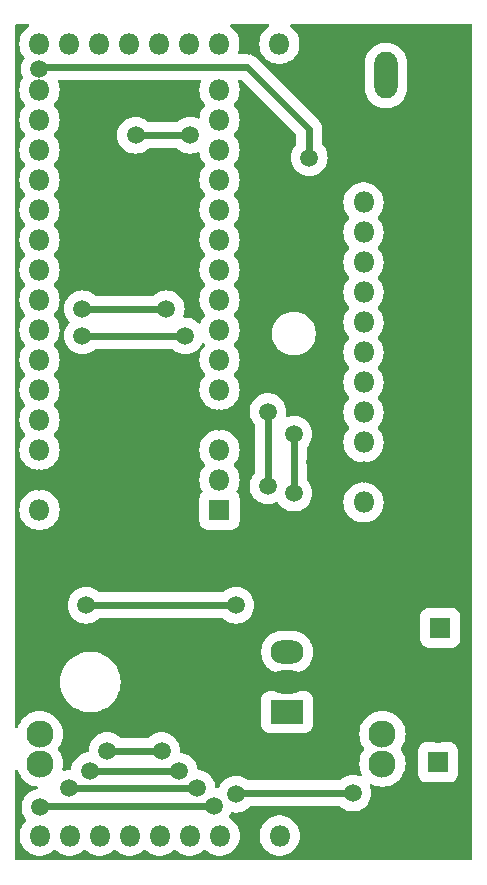
<source format=gbr>
%TF.GenerationSoftware,KiCad,Pcbnew,8.0.6*%
%TF.CreationDate,2025-08-05T17:05:13-05:00*%
%TF.ProjectId,PPDuino_Nano_Procesador,50504475-696e-46f5-9f4e-616e6f5f5072,rev?*%
%TF.SameCoordinates,Original*%
%TF.FileFunction,Copper,L1,Top*%
%TF.FilePolarity,Positive*%
%FSLAX46Y46*%
G04 Gerber Fmt 4.6, Leading zero omitted, Abs format (unit mm)*
G04 Created by KiCad (PCBNEW 8.0.6) date 2025-08-05 17:05:13*
%MOMM*%
%LPD*%
G01*
G04 APERTURE LIST*
%TA.AperFunction,ComponentPad*%
%ADD10R,1.800000X1.800000*%
%TD*%
%TA.AperFunction,ComponentPad*%
%ADD11O,1.800000X1.800000*%
%TD*%
%TA.AperFunction,ComponentPad*%
%ADD12C,1.800000*%
%TD*%
%TA.AperFunction,ComponentPad*%
%ADD13R,1.980000X3.960000*%
%TD*%
%TA.AperFunction,ComponentPad*%
%ADD14O,1.980000X3.960000*%
%TD*%
%TA.AperFunction,ComponentPad*%
%ADD15R,2.800000X2.000000*%
%TD*%
%TA.AperFunction,ComponentPad*%
%ADD16O,2.800000X2.000000*%
%TD*%
%TA.AperFunction,ComponentPad*%
%ADD17C,2.300000*%
%TD*%
%TA.AperFunction,ComponentPad*%
%ADD18C,2.400000*%
%TD*%
%TA.AperFunction,ViaPad*%
%ADD19C,1.500000*%
%TD*%
%TA.AperFunction,Conductor*%
%ADD20C,0.600000*%
%TD*%
%TA.AperFunction,Conductor*%
%ADD21C,1.000000*%
%TD*%
G04 APERTURE END LIST*
D10*
%TO.P,A1,1,D1/TX*%
%TO.N,unconnected-(A1-D1{slash}TX-Pad1)*%
X108100000Y-90120000D03*
D11*
%TO.P,A1,2,D0/RX*%
%TO.N,unconnected-(A1-D0{slash}RX-Pad2)*%
X108100000Y-87580000D03*
%TO.P,A1,3,~{RESET}*%
%TO.N,unconnected-(A1-~{RESET}-Pad3)*%
X108100000Y-85040000D03*
%TO.P,A1,4,GND*%
%TO.N,GND*%
X108100000Y-82500000D03*
%TO.P,A1,5,D2*%
%TO.N,/RXm*%
X108100000Y-79960000D03*
%TO.P,A1,6,D3*%
%TO.N,/PWM0m*%
X108100000Y-77420000D03*
%TO.P,A1,7,D4*%
%TO.N,/TXm*%
X108100000Y-74880000D03*
%TO.P,A1,8,D5*%
%TO.N,/PWM1m*%
X108100000Y-72340000D03*
%TO.P,A1,9,D6*%
%TO.N,/PWM2m*%
X108100000Y-69800000D03*
%TO.P,A1,10,D7*%
%TO.N,/RLY0*%
X108100000Y-67260000D03*
%TO.P,A1,11,D8*%
%TO.N,/RLY1*%
X108100000Y-64720000D03*
%TO.P,A1,12,D9*%
%TO.N,/PWM3m*%
X108100000Y-62180000D03*
%TO.P,A1,13,D10*%
%TO.N,/SS*%
X108100000Y-59640000D03*
%TO.P,A1,14,D11*%
%TO.N,/MOSI*%
X108100000Y-57100000D03*
%TO.P,A1,15,D12*%
%TO.N,/MISO*%
X108100000Y-54560000D03*
%TO.P,A1,16,D13*%
%TO.N,/SCK*%
X92860000Y-54560000D03*
%TO.P,A1,17,3V3*%
%TO.N,+3.3V*%
X92860000Y-57100000D03*
%TO.P,A1,18,AREF*%
%TO.N,unconnected-(A1-AREF-Pad18)*%
X92860000Y-59640000D03*
%TO.P,A1,19,A0*%
%TO.N,/DI0m*%
X92860000Y-62180000D03*
%TO.P,A1,20,A1*%
%TO.N,/DI1m*%
X92860000Y-64720000D03*
%TO.P,A1,21,A2*%
%TO.N,/DI2m*%
X92860000Y-67260000D03*
%TO.P,A1,22,A3*%
%TO.N,/DI3m*%
X92860000Y-69800000D03*
%TO.P,A1,23,A4*%
%TO.N,/SDA*%
X92860000Y-72340000D03*
%TO.P,A1,24,A5*%
%TO.N,/SCL*%
X92860000Y-74880000D03*
%TO.P,A1,25,A6*%
%TO.N,/AI1m*%
X92860000Y-77420000D03*
%TO.P,A1,26,A7*%
%TO.N,/AI0m*%
X92860000Y-79960000D03*
%TO.P,A1,27,+5V*%
%TO.N,+5V*%
X92860000Y-82500000D03*
%TO.P,A1,28,~{RESET}*%
%TO.N,unconnected-(A1-~{RESET}-Pad28)*%
X92860000Y-85040000D03*
%TO.P,A1,29,GND*%
%TO.N,GND*%
X92860000Y-87580000D03*
%TO.P,A1,30,VIN*%
%TO.N,unconnected-(A1-VIN-Pad30)*%
X92860000Y-90120000D03*
%TD*%
D10*
%TO.P,C1,1*%
%TO.N,VDD*%
X126800000Y-100100000D03*
D12*
%TO.P,C1,2*%
%TO.N,GND*%
X126800000Y-97600000D03*
%TD*%
D13*
%TO.P,J1,1,Pin_1*%
%TO.N,GND*%
X127200000Y-53340000D03*
D14*
%TO.P,J1,2,Pin_2*%
%TO.N,VDD*%
X122200000Y-53340000D03*
%TD*%
D10*
%TO.P,J2,1,Pin_1*%
%TO.N,GND*%
X120300000Y-92040000D03*
D11*
%TO.P,J2,2,Pin_2*%
%TO.N,VDD*%
X120300000Y-89500000D03*
%TO.P,J2,3,Pin_3*%
%TO.N,GND*%
X120300000Y-86960000D03*
%TO.P,J2,4,Pin_4*%
%TO.N,+5V*%
X120300000Y-84420000D03*
%TO.P,J2,5,Pin_5*%
%TO.N,/SDA*%
X120300000Y-81880000D03*
%TO.P,J2,6,Pin_6*%
%TO.N,/SCL*%
X120300000Y-79340000D03*
%TO.P,J2,7,Pin_7*%
%TO.N,/RXm*%
X120300000Y-76800000D03*
%TO.P,J2,8,Pin_8*%
%TO.N,/TXm*%
X120300000Y-74260000D03*
%TO.P,J2,9,Pin_9*%
%TO.N,/SS*%
X120300000Y-71720000D03*
%TO.P,J2,10,Pin_10*%
%TO.N,/MOSI*%
X120300000Y-69180000D03*
%TO.P,J2,11,Pin_11*%
%TO.N,/MISO*%
X120300000Y-66640000D03*
%TO.P,J2,12,Pin_12*%
%TO.N,/SCK*%
X120300000Y-64100000D03*
%TD*%
D10*
%TO.P,J12,1,Pin_1*%
%TO.N,GND*%
X115715000Y-50665000D03*
D11*
%TO.P,J12,2,Pin_2*%
%TO.N,VDD*%
X113175000Y-50665000D03*
%TO.P,J12,3,Pin_3*%
%TO.N,GND*%
X110635000Y-50665000D03*
%TO.P,J12,4,Pin_4*%
%TO.N,+5V*%
X108095000Y-50665000D03*
%TO.P,J12,5,Pin_5*%
%TO.N,/RLY1*%
X105555000Y-50665000D03*
%TO.P,J12,6,Pin_6*%
%TO.N,/RLY0*%
X103015000Y-50665000D03*
%TO.P,J12,7,Pin_7*%
%TO.N,/PWM3m*%
X100475000Y-50665000D03*
%TO.P,J12,8,Pin_8*%
%TO.N,/PWM2m*%
X97935000Y-50665000D03*
%TO.P,J12,9,Pin_9*%
%TO.N,/PWM1m*%
X95395000Y-50665000D03*
%TO.P,J12,10,Pin_10*%
%TO.N,/PWM0m*%
X92855000Y-50665000D03*
%TD*%
D10*
%TO.P,C2,1*%
%TO.N,+5V*%
X126600000Y-111505113D03*
D12*
%TO.P,C2,2*%
%TO.N,GND*%
X126600000Y-109005113D03*
%TD*%
D15*
%TO.P,U1,1,IN*%
%TO.N,VDD*%
X113830000Y-107240000D03*
D16*
%TO.P,U1,2,GND*%
%TO.N,GND*%
X113830000Y-104700000D03*
%TO.P,U1,3,OUT*%
%TO.N,+5V*%
X113830000Y-102160000D03*
%TD*%
D17*
%TO.P,U6,1,+IN*%
%TO.N,VDD*%
X121900000Y-111600000D03*
X121900000Y-109100000D03*
%TO.P,U6,2,-IN*%
%TO.N,GND*%
X121900000Y-100100000D03*
X121900000Y-97600000D03*
%TO.P,U6,3,+OUT*%
%TO.N,+5V*%
X92900000Y-111600000D03*
X92900000Y-109100000D03*
%TO.P,U6,4,-OUT*%
%TO.N,GND*%
X92900000Y-100100000D03*
D18*
X92900000Y-97600000D03*
%TD*%
D10*
%TO.P,J11,1,Pin_1*%
%TO.N,GND*%
X115740000Y-117700000D03*
D11*
%TO.P,J11,2,Pin_2*%
%TO.N,VDD*%
X113200000Y-117700000D03*
%TO.P,J11,3,Pin_3*%
%TO.N,GND*%
X110660000Y-117700000D03*
%TO.P,J11,4,Pin_4*%
%TO.N,+5V*%
X108120000Y-117700000D03*
%TO.P,J11,5,Pin_5*%
%TO.N,/AI1m*%
X105580000Y-117700000D03*
%TO.P,J11,6,Pin_6*%
%TO.N,/AI0m*%
X103040000Y-117700000D03*
%TO.P,J11,7,Pin_7*%
%TO.N,/DI3m*%
X100500000Y-117700000D03*
%TO.P,J11,8,Pin_8*%
%TO.N,/DI2m*%
X97960000Y-117700000D03*
%TO.P,J11,9,Pin_9*%
%TO.N,/DI1m*%
X95420000Y-117700000D03*
%TO.P,J11,10,Pin_10*%
%TO.N,/DI0m*%
X92880000Y-117700000D03*
%TD*%
D19*
%TO.N,/DI3m*%
X98600000Y-110500000D03*
X103200000Y-110500000D03*
%TO.N,/SCK*%
X92860000Y-52800000D03*
X115700000Y-60300000D03*
%TO.N,/DI1m*%
X106200000Y-113700000D03*
X95400000Y-113700000D03*
%TO.N,/SDA*%
X114400000Y-83700000D03*
X114400000Y-88700000D03*
X103600000Y-73100000D03*
X96500000Y-73100000D03*
%TO.N,GND*%
X118500000Y-54500000D03*
X113500000Y-96000000D03*
X94800000Y-96000000D03*
X116200000Y-86100000D03*
X116200000Y-104600000D03*
X116200000Y-94400000D03*
X122000000Y-104600000D03*
X118500000Y-50665000D03*
%TO.N,/DI0m*%
X92900000Y-115300000D03*
X107600000Y-115200000D03*
%TO.N,+5V*%
X109500000Y-98200000D03*
X109500000Y-114200000D03*
X96800000Y-98200000D03*
X119400000Y-114100000D03*
%TO.N,/SCL*%
X112200000Y-81800000D03*
X96500000Y-75400000D03*
X112200000Y-88100000D03*
X105200000Y-75400000D03*
%TO.N,/DI2m*%
X104700000Y-112250000D03*
X97100000Y-112200000D03*
%TO.N,/PWM3m*%
X105600000Y-58400000D03*
X101000000Y-58400000D03*
%TD*%
D20*
%TO.N,/DI3m*%
X98600000Y-110500000D02*
X103200000Y-110500000D01*
%TO.N,/SCK*%
X110400000Y-52600000D02*
X115700000Y-57900000D01*
X92860000Y-52800000D02*
X93060000Y-52600000D01*
X93060000Y-52600000D02*
X110400000Y-52600000D01*
X115700000Y-57900000D02*
X115700000Y-60300000D01*
%TO.N,/DI1m*%
X95400000Y-113700000D02*
X106200000Y-113700000D01*
%TO.N,/SDA*%
X103600000Y-73100000D02*
X96500000Y-73100000D01*
X114400000Y-88700000D02*
X114400000Y-83700000D01*
%TO.N,GND*%
X116200000Y-86100000D02*
X116200000Y-94400000D01*
X116200000Y-104600000D02*
X122000000Y-104600000D01*
D21*
X118500000Y-54500000D02*
X118500000Y-50700000D01*
D20*
X94800000Y-96000000D02*
X113500000Y-96000000D01*
%TO.N,/DI0m*%
X92900000Y-115300000D02*
X93000000Y-115200000D01*
X93000000Y-115200000D02*
X107600000Y-115200000D01*
%TO.N,+5V*%
X109600000Y-114100000D02*
X119400000Y-114100000D01*
X109500000Y-114200000D02*
X109600000Y-114100000D01*
X96800000Y-98200000D02*
X109500000Y-98200000D01*
%TO.N,/SCL*%
X112200000Y-88100000D02*
X112200000Y-81800000D01*
X105200000Y-75400000D02*
X96500000Y-75400000D01*
%TO.N,/DI2m*%
X104650000Y-112200000D02*
X104700000Y-112250000D01*
X97100000Y-112200000D02*
X104650000Y-112200000D01*
%TO.N,/PWM3m*%
X105600000Y-58400000D02*
X101000000Y-58400000D01*
%TD*%
%TA.AperFunction,Conductor*%
%TO.N,GND*%
G36*
X91942705Y-49020185D02*
G01*
X91988460Y-49072989D01*
X91998404Y-49142147D01*
X91969379Y-49205703D01*
X91945521Y-49226950D01*
X91867329Y-49280261D01*
X91791782Y-49331768D01*
X91604952Y-49505121D01*
X91604950Y-49505123D01*
X91446041Y-49704388D01*
X91318608Y-49925109D01*
X91225492Y-50162362D01*
X91225490Y-50162369D01*
X91168777Y-50410845D01*
X91149732Y-50664995D01*
X91149732Y-50665004D01*
X91168777Y-50919154D01*
X91225325Y-51166909D01*
X91225492Y-51167637D01*
X91318607Y-51404888D01*
X91446040Y-51625611D01*
X91446043Y-51625615D01*
X91570046Y-51781111D01*
X91596455Y-51845797D01*
X91583698Y-51914493D01*
X91578826Y-51923213D01*
X91474222Y-52093910D01*
X91380830Y-52319380D01*
X91323853Y-52556702D01*
X91304706Y-52800000D01*
X91323853Y-53043297D01*
X91380830Y-53280621D01*
X91380831Y-53280623D01*
X91463851Y-53481052D01*
X91471320Y-53550521D01*
X91453045Y-53595187D01*
X91453361Y-53595370D01*
X91452023Y-53597686D01*
X91451759Y-53598333D01*
X91451047Y-53599376D01*
X91323608Y-53820109D01*
X91230492Y-54057362D01*
X91230490Y-54057369D01*
X91173777Y-54305845D01*
X91154732Y-54559995D01*
X91154732Y-54560004D01*
X91173777Y-54814154D01*
X91194916Y-54906772D01*
X91230492Y-55062637D01*
X91323607Y-55299888D01*
X91451041Y-55520612D01*
X91577394Y-55679053D01*
X91609954Y-55719882D01*
X91630669Y-55739103D01*
X91666422Y-55799132D01*
X91664046Y-55868961D01*
X91630669Y-55920897D01*
X91609954Y-55940117D01*
X91451041Y-56139388D01*
X91323608Y-56360109D01*
X91230492Y-56597362D01*
X91230490Y-56597369D01*
X91173777Y-56845845D01*
X91154732Y-57099995D01*
X91154732Y-57100004D01*
X91173777Y-57354154D01*
X91203830Y-57485826D01*
X91230492Y-57602637D01*
X91323607Y-57839888D01*
X91451041Y-58060612D01*
X91609949Y-58259876D01*
X91609954Y-58259882D01*
X91630669Y-58279103D01*
X91666422Y-58339132D01*
X91664046Y-58408961D01*
X91630669Y-58460897D01*
X91609954Y-58480117D01*
X91451041Y-58679388D01*
X91323608Y-58900109D01*
X91230492Y-59137362D01*
X91230490Y-59137369D01*
X91173777Y-59385845D01*
X91154732Y-59639995D01*
X91154732Y-59640004D01*
X91173777Y-59894154D01*
X91230489Y-60142627D01*
X91230492Y-60142637D01*
X91323607Y-60379888D01*
X91451041Y-60600612D01*
X91594587Y-60780612D01*
X91609954Y-60799882D01*
X91630669Y-60819103D01*
X91666422Y-60879132D01*
X91664046Y-60948961D01*
X91630669Y-61000897D01*
X91609954Y-61020117D01*
X91451041Y-61219388D01*
X91323608Y-61440109D01*
X91230492Y-61677362D01*
X91230490Y-61677369D01*
X91173777Y-61925845D01*
X91154732Y-62179995D01*
X91154732Y-62180004D01*
X91173777Y-62434154D01*
X91230490Y-62682630D01*
X91230492Y-62682637D01*
X91323608Y-62919890D01*
X91350536Y-62966531D01*
X91451041Y-63140612D01*
X91609949Y-63339876D01*
X91609954Y-63339882D01*
X91630669Y-63359103D01*
X91666422Y-63419132D01*
X91664046Y-63488961D01*
X91630669Y-63540897D01*
X91609954Y-63560117D01*
X91451041Y-63759388D01*
X91323608Y-63980109D01*
X91230492Y-64217362D01*
X91230490Y-64217369D01*
X91173777Y-64465845D01*
X91154732Y-64719995D01*
X91154732Y-64720004D01*
X91173777Y-64974154D01*
X91193510Y-65060612D01*
X91230492Y-65222637D01*
X91303619Y-65408961D01*
X91323608Y-65459890D01*
X91350536Y-65506531D01*
X91451041Y-65680612D01*
X91609949Y-65879876D01*
X91609954Y-65879882D01*
X91630669Y-65899103D01*
X91666422Y-65959132D01*
X91664046Y-66028961D01*
X91630669Y-66080897D01*
X91609954Y-66100117D01*
X91451041Y-66299388D01*
X91323608Y-66520109D01*
X91230492Y-66757362D01*
X91230490Y-66757369D01*
X91173777Y-67005845D01*
X91154732Y-67259995D01*
X91154732Y-67260004D01*
X91173777Y-67514154D01*
X91193510Y-67600612D01*
X91230492Y-67762637D01*
X91303619Y-67948961D01*
X91323608Y-67999890D01*
X91350536Y-68046531D01*
X91451041Y-68220612D01*
X91609949Y-68419876D01*
X91609954Y-68419882D01*
X91630669Y-68439103D01*
X91666422Y-68499132D01*
X91664046Y-68568961D01*
X91630669Y-68620897D01*
X91609954Y-68640117D01*
X91451041Y-68839388D01*
X91323608Y-69060109D01*
X91230492Y-69297362D01*
X91230490Y-69297369D01*
X91173777Y-69545845D01*
X91154732Y-69799995D01*
X91154732Y-69800004D01*
X91173777Y-70054154D01*
X91193510Y-70140612D01*
X91230492Y-70302637D01*
X91303619Y-70488961D01*
X91323608Y-70539890D01*
X91350536Y-70586531D01*
X91451041Y-70760612D01*
X91609949Y-70959876D01*
X91609954Y-70959882D01*
X91630669Y-70979103D01*
X91666422Y-71039132D01*
X91664046Y-71108961D01*
X91630669Y-71160897D01*
X91609954Y-71180117D01*
X91451041Y-71379388D01*
X91323608Y-71600109D01*
X91230492Y-71837362D01*
X91230490Y-71837369D01*
X91173777Y-72085845D01*
X91154732Y-72339995D01*
X91154732Y-72340004D01*
X91173777Y-72594154D01*
X91193510Y-72680612D01*
X91230492Y-72842637D01*
X91303619Y-73028961D01*
X91323608Y-73079890D01*
X91350536Y-73126531D01*
X91451041Y-73300612D01*
X91565347Y-73443947D01*
X91609954Y-73499882D01*
X91630669Y-73519103D01*
X91666422Y-73579132D01*
X91664046Y-73648961D01*
X91630669Y-73700897D01*
X91609954Y-73720117D01*
X91451041Y-73919388D01*
X91323608Y-74140109D01*
X91230492Y-74377362D01*
X91230490Y-74377369D01*
X91173777Y-74625845D01*
X91154732Y-74879995D01*
X91154732Y-74880004D01*
X91173777Y-75134154D01*
X91193510Y-75220612D01*
X91230492Y-75382637D01*
X91303619Y-75568961D01*
X91323608Y-75619890D01*
X91337122Y-75643297D01*
X91451041Y-75840612D01*
X91585197Y-76008838D01*
X91609954Y-76039882D01*
X91630669Y-76059103D01*
X91666422Y-76119132D01*
X91664046Y-76188961D01*
X91630669Y-76240897D01*
X91609954Y-76260117D01*
X91451041Y-76459388D01*
X91323608Y-76680109D01*
X91230492Y-76917362D01*
X91230490Y-76917369D01*
X91173777Y-77165845D01*
X91154732Y-77419995D01*
X91154732Y-77420004D01*
X91173777Y-77674154D01*
X91193510Y-77760612D01*
X91230492Y-77922637D01*
X91303619Y-78108961D01*
X91323608Y-78159890D01*
X91350536Y-78206531D01*
X91451041Y-78380612D01*
X91609949Y-78579876D01*
X91609954Y-78579882D01*
X91630669Y-78599103D01*
X91666422Y-78659132D01*
X91664046Y-78728961D01*
X91630669Y-78780897D01*
X91609954Y-78800117D01*
X91451041Y-78999388D01*
X91323608Y-79220109D01*
X91230492Y-79457362D01*
X91230490Y-79457369D01*
X91173777Y-79705845D01*
X91154732Y-79959995D01*
X91154732Y-79960004D01*
X91173777Y-80214154D01*
X91219441Y-80414223D01*
X91230492Y-80462637D01*
X91303619Y-80648961D01*
X91323608Y-80699890D01*
X91350536Y-80746531D01*
X91451041Y-80920612D01*
X91589242Y-81093910D01*
X91609954Y-81119882D01*
X91630669Y-81139103D01*
X91666422Y-81199132D01*
X91664046Y-81268961D01*
X91630669Y-81320897D01*
X91609954Y-81340117D01*
X91451041Y-81539388D01*
X91323608Y-81760109D01*
X91230492Y-81997362D01*
X91230490Y-81997369D01*
X91173777Y-82245845D01*
X91154732Y-82499995D01*
X91154732Y-82500004D01*
X91173777Y-82754154D01*
X91217253Y-82944636D01*
X91230492Y-83002637D01*
X91303619Y-83188961D01*
X91323608Y-83239890D01*
X91350536Y-83286531D01*
X91451041Y-83460612D01*
X91609949Y-83659876D01*
X91609954Y-83659882D01*
X91630669Y-83679103D01*
X91666422Y-83739132D01*
X91664046Y-83808961D01*
X91630669Y-83860897D01*
X91609954Y-83880117D01*
X91451041Y-84079388D01*
X91323608Y-84300109D01*
X91230492Y-84537362D01*
X91230490Y-84537369D01*
X91173777Y-84785845D01*
X91154732Y-85039995D01*
X91154732Y-85040004D01*
X91173777Y-85294154D01*
X91193510Y-85380612D01*
X91230492Y-85542637D01*
X91323607Y-85779888D01*
X91451041Y-86000612D01*
X91609950Y-86199877D01*
X91796783Y-86373232D01*
X92007366Y-86516805D01*
X92007371Y-86516807D01*
X92007372Y-86516808D01*
X92007373Y-86516809D01*
X92129328Y-86575538D01*
X92236992Y-86627387D01*
X92236993Y-86627387D01*
X92236996Y-86627389D01*
X92480542Y-86702513D01*
X92732565Y-86740500D01*
X92987435Y-86740500D01*
X93239458Y-86702513D01*
X93483004Y-86627389D01*
X93712634Y-86516805D01*
X93923217Y-86373232D01*
X94110050Y-86199877D01*
X94268959Y-86000612D01*
X94396393Y-85779888D01*
X94489508Y-85542637D01*
X94546222Y-85294157D01*
X94565268Y-85040000D01*
X94565268Y-85039995D01*
X106394732Y-85039995D01*
X106394732Y-85040004D01*
X106413777Y-85294154D01*
X106433510Y-85380612D01*
X106470492Y-85542637D01*
X106563607Y-85779888D01*
X106691041Y-86000612D01*
X106786648Y-86120499D01*
X106849954Y-86199882D01*
X106870669Y-86219103D01*
X106906422Y-86279132D01*
X106904046Y-86348961D01*
X106870669Y-86400897D01*
X106849954Y-86420117D01*
X106691041Y-86619388D01*
X106563608Y-86840109D01*
X106470492Y-87077362D01*
X106470490Y-87077369D01*
X106413777Y-87325845D01*
X106394732Y-87579995D01*
X106394732Y-87580004D01*
X106413777Y-87834154D01*
X106470490Y-88082630D01*
X106470492Y-88082637D01*
X106563608Y-88319890D01*
X106664062Y-88493883D01*
X106680535Y-88561784D01*
X106657682Y-88627810D01*
X106644357Y-88643563D01*
X106570185Y-88717736D01*
X106570184Y-88717737D01*
X106474211Y-88870476D01*
X106414631Y-89040745D01*
X106414630Y-89040750D01*
X106399500Y-89175039D01*
X106399500Y-91064960D01*
X106414630Y-91199249D01*
X106414631Y-91199254D01*
X106474211Y-91369523D01*
X106570184Y-91522262D01*
X106697738Y-91649816D01*
X106850478Y-91745789D01*
X106955429Y-91782513D01*
X107020745Y-91805368D01*
X107020750Y-91805369D01*
X107111246Y-91815565D01*
X107155040Y-91820499D01*
X107155043Y-91820500D01*
X107155046Y-91820500D01*
X109044957Y-91820500D01*
X109044958Y-91820499D01*
X109112104Y-91812934D01*
X109179249Y-91805369D01*
X109179252Y-91805368D01*
X109179255Y-91805368D01*
X109349522Y-91745789D01*
X109502262Y-91649816D01*
X109629816Y-91522262D01*
X109725789Y-91369522D01*
X109785368Y-91199255D01*
X109800500Y-91064954D01*
X109800500Y-89175046D01*
X109785368Y-89040745D01*
X109725789Y-88870478D01*
X109629816Y-88717738D01*
X109555643Y-88643565D01*
X109522158Y-88582242D01*
X109527142Y-88512550D01*
X109535937Y-88493884D01*
X109535938Y-88493883D01*
X109636393Y-88319888D01*
X109729508Y-88082637D01*
X109786222Y-87834157D01*
X109801080Y-87635892D01*
X109805268Y-87580004D01*
X109805268Y-87579995D01*
X109786222Y-87325845D01*
X109754262Y-87185821D01*
X109729508Y-87077363D01*
X109636393Y-86840112D01*
X109508959Y-86619388D01*
X109350050Y-86420123D01*
X109329330Y-86400898D01*
X109293576Y-86340870D01*
X109295951Y-86271041D01*
X109329331Y-86219101D01*
X109350050Y-86199877D01*
X109508959Y-86000612D01*
X109636393Y-85779888D01*
X109729508Y-85542637D01*
X109786222Y-85294157D01*
X109805268Y-85040000D01*
X109786222Y-84785843D01*
X109729508Y-84537363D01*
X109636393Y-84300112D01*
X109508959Y-84079388D01*
X109350050Y-83880123D01*
X109163217Y-83706768D01*
X108952634Y-83563195D01*
X108952630Y-83563193D01*
X108952627Y-83563191D01*
X108952626Y-83563190D01*
X108723006Y-83452612D01*
X108723008Y-83452612D01*
X108479466Y-83377489D01*
X108479462Y-83377488D01*
X108479458Y-83377487D01*
X108358231Y-83359214D01*
X108227440Y-83339500D01*
X108227435Y-83339500D01*
X107972565Y-83339500D01*
X107972559Y-83339500D01*
X107815609Y-83363157D01*
X107720542Y-83377487D01*
X107720539Y-83377488D01*
X107720533Y-83377489D01*
X107476992Y-83452612D01*
X107247373Y-83563190D01*
X107247372Y-83563191D01*
X107036782Y-83706768D01*
X106849952Y-83880121D01*
X106849950Y-83880123D01*
X106691041Y-84079388D01*
X106563608Y-84300109D01*
X106470492Y-84537362D01*
X106470490Y-84537369D01*
X106413777Y-84785845D01*
X106394732Y-85039995D01*
X94565268Y-85039995D01*
X94546222Y-84785843D01*
X94489508Y-84537363D01*
X94396393Y-84300112D01*
X94268959Y-84079388D01*
X94110050Y-83880123D01*
X94089330Y-83860898D01*
X94053576Y-83800870D01*
X94055951Y-83731041D01*
X94089331Y-83679101D01*
X94110050Y-83659877D01*
X94268959Y-83460612D01*
X94396393Y-83239888D01*
X94489508Y-83002637D01*
X94546222Y-82754157D01*
X94565268Y-82500000D01*
X94546222Y-82245843D01*
X94489508Y-81997363D01*
X94412048Y-81800000D01*
X110644706Y-81800000D01*
X110663853Y-82043297D01*
X110663853Y-82043300D01*
X110663854Y-82043302D01*
X110706475Y-82220830D01*
X110720830Y-82280619D01*
X110814222Y-82506089D01*
X110941737Y-82714173D01*
X110941738Y-82714175D01*
X110941739Y-82714177D01*
X110941741Y-82714179D01*
X111069791Y-82864106D01*
X111098361Y-82927865D01*
X111099500Y-82944636D01*
X111099500Y-86955361D01*
X111079815Y-87022400D01*
X111069791Y-87035892D01*
X110941741Y-87185819D01*
X110941739Y-87185823D01*
X110814222Y-87393910D01*
X110720830Y-87619380D01*
X110663853Y-87856702D01*
X110644706Y-88100000D01*
X110663853Y-88343297D01*
X110663853Y-88343300D01*
X110663854Y-88343302D01*
X110704487Y-88512550D01*
X110720830Y-88580619D01*
X110814222Y-88806089D01*
X110941737Y-89014173D01*
X110941738Y-89014176D01*
X110995449Y-89077063D01*
X111100241Y-89199759D01*
X111243897Y-89322453D01*
X111285823Y-89358261D01*
X111285826Y-89358262D01*
X111493910Y-89485777D01*
X111719381Y-89579169D01*
X111719378Y-89579169D01*
X111719384Y-89579170D01*
X111719388Y-89579172D01*
X111956698Y-89636146D01*
X112200000Y-89655294D01*
X112443302Y-89636146D01*
X112680612Y-89579172D01*
X112906089Y-89485777D01*
X112914470Y-89480640D01*
X112981910Y-89462392D01*
X113048515Y-89483502D01*
X113084992Y-89521574D01*
X113141737Y-89614173D01*
X113141738Y-89614176D01*
X113176856Y-89655294D01*
X113300241Y-89799759D01*
X113377616Y-89865843D01*
X113485823Y-89958261D01*
X113485826Y-89958262D01*
X113693910Y-90085777D01*
X113919381Y-90179169D01*
X113919378Y-90179169D01*
X113919384Y-90179170D01*
X113919388Y-90179172D01*
X114156698Y-90236146D01*
X114400000Y-90255294D01*
X114643302Y-90236146D01*
X114880612Y-90179172D01*
X115106089Y-90085777D01*
X115314179Y-89958259D01*
X115499759Y-89799759D01*
X115658259Y-89614179D01*
X115728231Y-89499995D01*
X118594732Y-89499995D01*
X118594732Y-89500004D01*
X118613777Y-89754154D01*
X118660363Y-89958262D01*
X118670492Y-90002637D01*
X118762138Y-90236146D01*
X118763608Y-90239890D01*
X118790536Y-90286531D01*
X118891041Y-90460612D01*
X119049950Y-90659877D01*
X119236783Y-90833232D01*
X119447366Y-90976805D01*
X119447371Y-90976807D01*
X119447372Y-90976808D01*
X119447373Y-90976809D01*
X119569328Y-91035538D01*
X119676992Y-91087387D01*
X119676993Y-91087387D01*
X119676996Y-91087389D01*
X119920542Y-91162513D01*
X120172565Y-91200500D01*
X120427435Y-91200500D01*
X120679458Y-91162513D01*
X120923004Y-91087389D01*
X121152634Y-90976805D01*
X121363217Y-90833232D01*
X121550050Y-90659877D01*
X121708959Y-90460612D01*
X121836393Y-90239888D01*
X121929508Y-90002637D01*
X121986222Y-89754157D01*
X121999335Y-89579169D01*
X122005268Y-89500004D01*
X122005268Y-89499995D01*
X121986222Y-89245845D01*
X121975703Y-89199759D01*
X121929508Y-88997363D01*
X121836393Y-88760112D01*
X121708959Y-88539388D01*
X121550050Y-88340123D01*
X121363217Y-88166768D01*
X121152634Y-88023195D01*
X121152630Y-88023193D01*
X121152627Y-88023191D01*
X121152626Y-88023190D01*
X120923006Y-87912612D01*
X120923008Y-87912612D01*
X120679466Y-87837489D01*
X120679462Y-87837488D01*
X120679458Y-87837487D01*
X120558231Y-87819214D01*
X120427440Y-87799500D01*
X120427435Y-87799500D01*
X120172565Y-87799500D01*
X120172559Y-87799500D01*
X120015609Y-87823157D01*
X119920542Y-87837487D01*
X119920539Y-87837488D01*
X119920533Y-87837489D01*
X119676992Y-87912612D01*
X119447373Y-88023190D01*
X119447372Y-88023191D01*
X119236782Y-88166768D01*
X119049952Y-88340121D01*
X119049950Y-88340123D01*
X118891041Y-88539388D01*
X118763608Y-88760109D01*
X118670492Y-88997362D01*
X118670490Y-88997369D01*
X118613777Y-89245845D01*
X118594732Y-89499995D01*
X115728231Y-89499995D01*
X115785777Y-89406089D01*
X115879172Y-89180612D01*
X115936146Y-88943302D01*
X115955294Y-88700000D01*
X115936146Y-88456698D01*
X115879172Y-88219388D01*
X115879169Y-88219380D01*
X115785777Y-87993910D01*
X115687878Y-87834154D01*
X115658259Y-87785821D01*
X115658258Y-87785819D01*
X115530209Y-87635892D01*
X115501639Y-87572131D01*
X115500500Y-87555361D01*
X115500500Y-84844636D01*
X115520185Y-84777597D01*
X115530203Y-84764112D01*
X115658259Y-84614179D01*
X115785777Y-84406089D01*
X115879172Y-84180612D01*
X115936146Y-83943302D01*
X115955294Y-83700000D01*
X115936146Y-83456698D01*
X115879172Y-83219388D01*
X115866569Y-83188961D01*
X115785777Y-82993910D01*
X115658262Y-82785826D01*
X115658261Y-82785823D01*
X115597071Y-82714179D01*
X115499759Y-82600241D01*
X115377063Y-82495449D01*
X115314176Y-82441738D01*
X115314173Y-82441737D01*
X115106089Y-82314222D01*
X114880618Y-82220830D01*
X114880621Y-82220830D01*
X114774992Y-82195470D01*
X114643302Y-82163854D01*
X114643300Y-82163853D01*
X114643297Y-82163853D01*
X114400000Y-82144706D01*
X114156702Y-82163853D01*
X113919380Y-82220830D01*
X113893421Y-82231583D01*
X113823952Y-82239051D01*
X113761473Y-82207775D01*
X113725821Y-82147686D01*
X113725397Y-82088074D01*
X113736146Y-82043302D01*
X113755294Y-81800000D01*
X113736146Y-81556698D01*
X113679172Y-81319388D01*
X113668338Y-81293232D01*
X113585777Y-81093910D01*
X113458262Y-80885826D01*
X113458261Y-80885823D01*
X113422453Y-80843897D01*
X113299759Y-80700241D01*
X113148485Y-80571041D01*
X113114176Y-80541738D01*
X113114173Y-80541737D01*
X112906089Y-80414222D01*
X112680618Y-80320830D01*
X112680621Y-80320830D01*
X112574992Y-80295470D01*
X112443302Y-80263854D01*
X112443300Y-80263853D01*
X112443297Y-80263853D01*
X112200000Y-80244706D01*
X111956702Y-80263853D01*
X111956698Y-80263854D01*
X111803593Y-80300612D01*
X111719380Y-80320830D01*
X111493910Y-80414222D01*
X111285826Y-80541737D01*
X111285823Y-80541738D01*
X111100241Y-80700241D01*
X110941738Y-80885823D01*
X110941737Y-80885826D01*
X110814222Y-81093910D01*
X110720830Y-81319380D01*
X110720828Y-81319387D01*
X110720828Y-81319388D01*
X110706909Y-81377363D01*
X110663853Y-81556702D01*
X110644706Y-81800000D01*
X94412048Y-81800000D01*
X94396393Y-81760112D01*
X94268959Y-81539388D01*
X94110050Y-81340123D01*
X94089330Y-81320898D01*
X94053576Y-81260870D01*
X94055951Y-81191041D01*
X94089331Y-81139101D01*
X94110050Y-81119877D01*
X94268959Y-80920612D01*
X94396393Y-80699888D01*
X94489508Y-80462637D01*
X94546222Y-80214157D01*
X94565268Y-79960000D01*
X94546222Y-79705843D01*
X94489508Y-79457363D01*
X94396393Y-79220112D01*
X94268959Y-78999388D01*
X94110050Y-78800123D01*
X94089330Y-78780898D01*
X94053576Y-78720870D01*
X94055951Y-78651041D01*
X94089331Y-78599101D01*
X94110050Y-78579877D01*
X94268959Y-78380612D01*
X94396393Y-78159888D01*
X94489508Y-77922637D01*
X94546222Y-77674157D01*
X94565268Y-77420000D01*
X94546222Y-77165843D01*
X94489508Y-76917363D01*
X94396393Y-76680112D01*
X94268959Y-76459388D01*
X94110050Y-76260123D01*
X94089330Y-76240898D01*
X94053576Y-76180870D01*
X94055951Y-76111041D01*
X94089331Y-76059101D01*
X94110050Y-76039877D01*
X94268959Y-75840612D01*
X94396393Y-75619888D01*
X94489508Y-75382637D01*
X94546222Y-75134157D01*
X94556284Y-74999888D01*
X94565268Y-74880004D01*
X94565268Y-74879995D01*
X94546222Y-74625845D01*
X94541213Y-74603900D01*
X94489508Y-74377363D01*
X94396393Y-74140112D01*
X94268959Y-73919388D01*
X94110050Y-73720123D01*
X94089330Y-73700898D01*
X94053576Y-73640870D01*
X94055951Y-73571041D01*
X94089331Y-73519101D01*
X94110050Y-73499877D01*
X94268959Y-73300612D01*
X94396393Y-73079888D01*
X94489508Y-72842637D01*
X94546222Y-72594157D01*
X94565268Y-72340000D01*
X94546222Y-72085843D01*
X94489508Y-71837363D01*
X94396393Y-71600112D01*
X94268959Y-71379388D01*
X94110050Y-71180123D01*
X94089330Y-71160898D01*
X94053576Y-71100870D01*
X94055951Y-71031041D01*
X94089331Y-70979101D01*
X94110050Y-70959877D01*
X94268959Y-70760612D01*
X94396393Y-70539888D01*
X94489508Y-70302637D01*
X94546222Y-70054157D01*
X94565268Y-69800000D01*
X94546222Y-69545843D01*
X94489508Y-69297363D01*
X94396393Y-69060112D01*
X94268959Y-68839388D01*
X94110050Y-68640123D01*
X94089330Y-68620898D01*
X94053576Y-68560870D01*
X94055951Y-68491041D01*
X94089331Y-68439101D01*
X94110050Y-68419877D01*
X94268959Y-68220612D01*
X94396393Y-67999888D01*
X94489508Y-67762637D01*
X94546222Y-67514157D01*
X94565268Y-67260000D01*
X94546222Y-67005843D01*
X94489508Y-66757363D01*
X94396393Y-66520112D01*
X94268959Y-66299388D01*
X94110050Y-66100123D01*
X94089330Y-66080898D01*
X94053576Y-66020870D01*
X94055951Y-65951041D01*
X94089331Y-65899101D01*
X94110050Y-65879877D01*
X94268959Y-65680612D01*
X94396393Y-65459888D01*
X94489508Y-65222637D01*
X94546222Y-64974157D01*
X94565268Y-64720000D01*
X94546222Y-64465843D01*
X94489508Y-64217363D01*
X94396393Y-63980112D01*
X94268959Y-63759388D01*
X94110050Y-63560123D01*
X94089330Y-63540898D01*
X94053576Y-63480870D01*
X94055951Y-63411041D01*
X94089331Y-63359101D01*
X94110050Y-63339877D01*
X94268959Y-63140612D01*
X94396393Y-62919888D01*
X94489508Y-62682637D01*
X94546222Y-62434157D01*
X94565268Y-62180000D01*
X94546222Y-61925843D01*
X94489508Y-61677363D01*
X94396393Y-61440112D01*
X94268959Y-61219388D01*
X94110050Y-61020123D01*
X94089330Y-61000898D01*
X94053576Y-60940870D01*
X94055951Y-60871041D01*
X94089331Y-60819101D01*
X94110050Y-60799877D01*
X94268959Y-60600612D01*
X94396393Y-60379888D01*
X94489508Y-60142637D01*
X94546222Y-59894157D01*
X94554384Y-59785232D01*
X94565268Y-59640004D01*
X94565268Y-59639995D01*
X94546222Y-59385845D01*
X94546216Y-59385819D01*
X94489508Y-59137363D01*
X94396393Y-58900112D01*
X94268959Y-58679388D01*
X94110050Y-58480123D01*
X94089330Y-58460898D01*
X94053576Y-58400870D01*
X94055951Y-58331041D01*
X94089331Y-58279101D01*
X94110050Y-58259877D01*
X94268959Y-58060612D01*
X94396393Y-57839888D01*
X94489508Y-57602637D01*
X94546222Y-57354157D01*
X94562140Y-57141738D01*
X94565268Y-57100004D01*
X94565268Y-57099995D01*
X94546222Y-56845845D01*
X94489509Y-56597371D01*
X94489508Y-56597363D01*
X94396393Y-56360112D01*
X94268959Y-56139388D01*
X94110050Y-55940123D01*
X94089330Y-55920898D01*
X94053576Y-55860870D01*
X94055951Y-55791041D01*
X94089331Y-55739101D01*
X94110050Y-55719877D01*
X94268959Y-55520612D01*
X94396393Y-55299888D01*
X94489508Y-55062637D01*
X94546222Y-54814157D01*
X94565268Y-54560000D01*
X94556827Y-54447365D01*
X94546222Y-54305845D01*
X94489509Y-54057369D01*
X94489508Y-54057363D01*
X94415894Y-53869801D01*
X94409726Y-53800206D01*
X94442164Y-53738322D01*
X94502908Y-53703799D01*
X94531323Y-53700500D01*
X106428677Y-53700500D01*
X106495716Y-53720185D01*
X106541471Y-53772989D01*
X106551415Y-53842147D01*
X106544105Y-53869803D01*
X106470492Y-54057362D01*
X106470490Y-54057369D01*
X106413777Y-54305845D01*
X106394732Y-54559995D01*
X106394732Y-54560004D01*
X106413777Y-54814154D01*
X106434916Y-54906772D01*
X106470492Y-55062637D01*
X106563607Y-55299888D01*
X106691041Y-55520612D01*
X106817394Y-55679053D01*
X106849954Y-55719882D01*
X106870669Y-55739103D01*
X106906422Y-55799132D01*
X106904046Y-55868961D01*
X106870669Y-55920897D01*
X106849954Y-55940117D01*
X106691041Y-56139388D01*
X106563608Y-56360109D01*
X106470492Y-56597362D01*
X106470489Y-56597371D01*
X106413777Y-56845844D01*
X106413776Y-56845855D01*
X106411101Y-56881551D01*
X106386461Y-56946932D01*
X106330385Y-56988613D01*
X106260677Y-56993360D01*
X106239996Y-56986845D01*
X106080623Y-56920831D01*
X106080621Y-56920830D01*
X105917014Y-56881551D01*
X105843302Y-56863854D01*
X105843300Y-56863853D01*
X105843297Y-56863853D01*
X105600000Y-56844706D01*
X105356702Y-56863853D01*
X105119380Y-56920830D01*
X104893910Y-57014222D01*
X104685826Y-57141737D01*
X104685817Y-57141743D01*
X104535894Y-57269790D01*
X104472133Y-57298361D01*
X104455363Y-57299500D01*
X102144637Y-57299500D01*
X102077598Y-57279815D01*
X102064106Y-57269790D01*
X101914182Y-57141743D01*
X101914173Y-57141737D01*
X101706089Y-57014222D01*
X101480618Y-56920830D01*
X101480621Y-56920830D01*
X101317014Y-56881551D01*
X101243302Y-56863854D01*
X101243300Y-56863853D01*
X101243297Y-56863853D01*
X101000000Y-56844706D01*
X100756702Y-56863853D01*
X100519380Y-56920830D01*
X100293910Y-57014222D01*
X100085826Y-57141737D01*
X100085823Y-57141738D01*
X99900241Y-57300241D01*
X99741738Y-57485823D01*
X99741737Y-57485826D01*
X99614222Y-57693910D01*
X99520830Y-57919380D01*
X99463853Y-58156702D01*
X99444706Y-58400000D01*
X99463853Y-58643297D01*
X99520830Y-58880619D01*
X99614222Y-59106089D01*
X99741737Y-59314173D01*
X99741738Y-59314176D01*
X99741741Y-59314179D01*
X99900241Y-59499759D01*
X99935895Y-59530210D01*
X100085823Y-59658261D01*
X100085826Y-59658262D01*
X100293910Y-59785777D01*
X100519381Y-59879169D01*
X100519378Y-59879169D01*
X100519384Y-59879170D01*
X100519388Y-59879172D01*
X100756698Y-59936146D01*
X101000000Y-59955294D01*
X101243302Y-59936146D01*
X101480612Y-59879172D01*
X101706089Y-59785777D01*
X101914179Y-59658259D01*
X101989522Y-59593910D01*
X102064106Y-59530210D01*
X102127867Y-59501639D01*
X102144637Y-59500500D01*
X104455363Y-59500500D01*
X104522402Y-59520185D01*
X104535894Y-59530210D01*
X104664442Y-59640000D01*
X104685821Y-59658259D01*
X104685824Y-59658261D01*
X104685826Y-59658262D01*
X104893910Y-59785777D01*
X105119381Y-59879169D01*
X105119378Y-59879169D01*
X105119384Y-59879170D01*
X105119388Y-59879172D01*
X105356698Y-59936146D01*
X105600000Y-59955294D01*
X105843302Y-59936146D01*
X106080612Y-59879172D01*
X106246209Y-59810579D01*
X106315677Y-59803111D01*
X106378157Y-59834386D01*
X106413809Y-59894475D01*
X106414552Y-59897549D01*
X106470489Y-60142627D01*
X106470490Y-60142630D01*
X106470492Y-60142637D01*
X106563607Y-60379888D01*
X106691041Y-60600612D01*
X106834587Y-60780612D01*
X106849954Y-60799882D01*
X106870669Y-60819103D01*
X106906422Y-60879132D01*
X106904046Y-60948961D01*
X106870669Y-61000897D01*
X106849954Y-61020117D01*
X106691041Y-61219388D01*
X106563608Y-61440109D01*
X106470492Y-61677362D01*
X106470490Y-61677369D01*
X106413777Y-61925845D01*
X106394732Y-62179995D01*
X106394732Y-62180004D01*
X106413777Y-62434154D01*
X106470490Y-62682630D01*
X106470492Y-62682637D01*
X106563608Y-62919890D01*
X106590536Y-62966531D01*
X106691041Y-63140612D01*
X106849949Y-63339876D01*
X106849954Y-63339882D01*
X106870669Y-63359103D01*
X106906422Y-63419132D01*
X106904046Y-63488961D01*
X106870669Y-63540897D01*
X106849954Y-63560117D01*
X106691041Y-63759388D01*
X106563608Y-63980109D01*
X106470492Y-64217362D01*
X106470490Y-64217369D01*
X106413777Y-64465845D01*
X106394732Y-64719995D01*
X106394732Y-64720004D01*
X106413777Y-64974154D01*
X106433510Y-65060612D01*
X106470492Y-65222637D01*
X106543619Y-65408961D01*
X106563608Y-65459890D01*
X106590536Y-65506531D01*
X106691041Y-65680612D01*
X106849949Y-65879876D01*
X106849954Y-65879882D01*
X106870669Y-65899103D01*
X106906422Y-65959132D01*
X106904046Y-66028961D01*
X106870669Y-66080897D01*
X106849954Y-66100117D01*
X106691041Y-66299388D01*
X106563608Y-66520109D01*
X106470492Y-66757362D01*
X106470490Y-66757369D01*
X106413777Y-67005845D01*
X106394732Y-67259995D01*
X106394732Y-67260004D01*
X106413777Y-67514154D01*
X106433510Y-67600612D01*
X106470492Y-67762637D01*
X106543619Y-67948961D01*
X106563608Y-67999890D01*
X106590536Y-68046531D01*
X106691041Y-68220612D01*
X106849949Y-68419876D01*
X106849954Y-68419882D01*
X106870669Y-68439103D01*
X106906422Y-68499132D01*
X106904046Y-68568961D01*
X106870669Y-68620897D01*
X106849954Y-68640117D01*
X106691041Y-68839388D01*
X106563608Y-69060109D01*
X106470492Y-69297362D01*
X106470490Y-69297369D01*
X106413777Y-69545845D01*
X106394732Y-69799995D01*
X106394732Y-69800004D01*
X106413777Y-70054154D01*
X106433510Y-70140612D01*
X106470492Y-70302637D01*
X106543619Y-70488961D01*
X106563608Y-70539890D01*
X106590536Y-70586531D01*
X106691041Y-70760612D01*
X106849949Y-70959876D01*
X106849954Y-70959882D01*
X106870669Y-70979103D01*
X106906422Y-71039132D01*
X106904046Y-71108961D01*
X106870669Y-71160897D01*
X106849954Y-71180117D01*
X106691041Y-71379388D01*
X106563608Y-71600109D01*
X106470492Y-71837362D01*
X106470490Y-71837369D01*
X106413777Y-72085845D01*
X106394732Y-72339995D01*
X106394732Y-72340004D01*
X106413777Y-72594154D01*
X106433510Y-72680612D01*
X106470492Y-72842637D01*
X106543619Y-73028961D01*
X106563608Y-73079890D01*
X106590536Y-73126531D01*
X106691041Y-73300612D01*
X106805347Y-73443947D01*
X106849954Y-73499882D01*
X106870669Y-73519103D01*
X106906422Y-73579132D01*
X106904046Y-73648961D01*
X106870669Y-73700897D01*
X106849954Y-73720117D01*
X106691041Y-73919388D01*
X106563608Y-74140109D01*
X106512978Y-74269111D01*
X106470162Y-74324324D01*
X106404292Y-74347625D01*
X106336281Y-74331614D01*
X106303263Y-74304344D01*
X106299758Y-74300240D01*
X106114176Y-74141738D01*
X106114173Y-74141737D01*
X105906089Y-74014222D01*
X105680618Y-73920830D01*
X105680621Y-73920830D01*
X105574992Y-73895470D01*
X105443302Y-73863854D01*
X105443300Y-73863853D01*
X105443297Y-73863853D01*
X105227943Y-73846905D01*
X105200000Y-73844706D01*
X105199999Y-73844706D01*
X105163748Y-73847559D01*
X105095371Y-73833194D01*
X105045614Y-73784143D01*
X105030276Y-73715977D01*
X105039459Y-73676488D01*
X105047091Y-73658064D01*
X105079172Y-73580612D01*
X105136146Y-73343302D01*
X105155294Y-73100000D01*
X105136146Y-72856698D01*
X105079172Y-72619388D01*
X105068720Y-72594154D01*
X104985777Y-72393910D01*
X104858262Y-72185826D01*
X104858261Y-72185823D01*
X104822453Y-72143897D01*
X104699759Y-72000241D01*
X104577063Y-71895449D01*
X104514176Y-71841738D01*
X104514173Y-71841737D01*
X104306089Y-71714222D01*
X104080618Y-71620830D01*
X104080621Y-71620830D01*
X103974992Y-71595470D01*
X103843302Y-71563854D01*
X103843300Y-71563853D01*
X103843297Y-71563853D01*
X103600000Y-71544706D01*
X103356702Y-71563853D01*
X103356698Y-71563854D01*
X103205688Y-71600109D01*
X103119380Y-71620830D01*
X102893910Y-71714222D01*
X102685826Y-71841737D01*
X102685817Y-71841743D01*
X102535894Y-71969790D01*
X102472133Y-71998361D01*
X102455363Y-71999500D01*
X97644637Y-71999500D01*
X97577598Y-71979815D01*
X97564106Y-71969790D01*
X97414182Y-71841743D01*
X97414173Y-71841737D01*
X97206089Y-71714222D01*
X96980618Y-71620830D01*
X96980621Y-71620830D01*
X96874992Y-71595470D01*
X96743302Y-71563854D01*
X96743300Y-71563853D01*
X96743297Y-71563853D01*
X96500000Y-71544706D01*
X96256702Y-71563853D01*
X96256698Y-71563854D01*
X96105688Y-71600109D01*
X96019380Y-71620830D01*
X95793910Y-71714222D01*
X95585826Y-71841737D01*
X95585823Y-71841738D01*
X95400241Y-72000241D01*
X95241738Y-72185823D01*
X95241737Y-72185826D01*
X95114222Y-72393910D01*
X95020830Y-72619380D01*
X94963853Y-72856702D01*
X94944706Y-73100000D01*
X94963853Y-73343297D01*
X94963853Y-73343300D01*
X94963854Y-73343302D01*
X95006302Y-73520109D01*
X95020830Y-73580619D01*
X95114222Y-73806089D01*
X95241737Y-74014173D01*
X95241738Y-74014175D01*
X95241739Y-74014177D01*
X95241741Y-74014179D01*
X95350689Y-74141741D01*
X95374371Y-74169469D01*
X95402941Y-74233230D01*
X95392504Y-74302316D01*
X95374371Y-74330531D01*
X95241738Y-74485824D01*
X95241737Y-74485826D01*
X95114222Y-74693910D01*
X95020830Y-74919380D01*
X94963853Y-75156702D01*
X94944706Y-75400000D01*
X94963853Y-75643297D01*
X94963853Y-75643300D01*
X94963854Y-75643302D01*
X95011224Y-75840611D01*
X95020830Y-75880619D01*
X95114222Y-76106089D01*
X95241737Y-76314173D01*
X95241738Y-76314176D01*
X95241741Y-76314179D01*
X95400241Y-76499759D01*
X95510888Y-76594260D01*
X95585823Y-76658261D01*
X95585826Y-76658262D01*
X95793910Y-76785777D01*
X96019381Y-76879169D01*
X96019378Y-76879169D01*
X96019384Y-76879170D01*
X96019388Y-76879172D01*
X96256698Y-76936146D01*
X96500000Y-76955294D01*
X96743302Y-76936146D01*
X96980612Y-76879172D01*
X97206089Y-76785777D01*
X97414179Y-76658259D01*
X97489105Y-76594266D01*
X97564106Y-76530210D01*
X97627867Y-76501639D01*
X97644637Y-76500500D01*
X104055363Y-76500500D01*
X104122402Y-76520185D01*
X104135894Y-76530210D01*
X104285817Y-76658256D01*
X104285821Y-76658259D01*
X104285824Y-76658261D01*
X104285826Y-76658262D01*
X104493910Y-76785777D01*
X104719381Y-76879169D01*
X104719378Y-76879169D01*
X104719384Y-76879170D01*
X104719388Y-76879172D01*
X104956698Y-76936146D01*
X105200000Y-76955294D01*
X105443302Y-76936146D01*
X105680612Y-76879172D01*
X105906089Y-76785777D01*
X106114179Y-76658259D01*
X106299759Y-76499759D01*
X106458259Y-76314179D01*
X106585777Y-76106089D01*
X106613690Y-76038698D01*
X106657530Y-75984297D01*
X106723823Y-75962231D01*
X106791523Y-75979509D01*
X106825197Y-76008838D01*
X106849950Y-76039877D01*
X106849954Y-76039881D01*
X106849953Y-76039881D01*
X106870669Y-76059103D01*
X106906422Y-76119132D01*
X106904046Y-76188961D01*
X106870669Y-76240897D01*
X106849954Y-76260117D01*
X106691041Y-76459388D01*
X106563608Y-76680109D01*
X106470492Y-76917362D01*
X106470490Y-76917369D01*
X106413777Y-77165845D01*
X106394732Y-77419995D01*
X106394732Y-77420004D01*
X106413777Y-77674154D01*
X106433510Y-77760612D01*
X106470492Y-77922637D01*
X106543619Y-78108961D01*
X106563608Y-78159890D01*
X106590536Y-78206531D01*
X106691041Y-78380612D01*
X106849949Y-78579876D01*
X106849954Y-78579882D01*
X106870669Y-78599103D01*
X106906422Y-78659132D01*
X106904046Y-78728961D01*
X106870669Y-78780897D01*
X106849954Y-78800117D01*
X106691041Y-78999388D01*
X106563608Y-79220109D01*
X106470492Y-79457362D01*
X106470490Y-79457369D01*
X106413777Y-79705845D01*
X106394732Y-79959995D01*
X106394732Y-79960004D01*
X106413777Y-80214154D01*
X106459441Y-80414223D01*
X106470492Y-80462637D01*
X106543619Y-80648961D01*
X106563608Y-80699890D01*
X106590536Y-80746531D01*
X106691041Y-80920612D01*
X106849950Y-81119877D01*
X107036783Y-81293232D01*
X107247366Y-81436805D01*
X107247371Y-81436807D01*
X107247372Y-81436808D01*
X107247373Y-81436809D01*
X107369328Y-81495538D01*
X107476992Y-81547387D01*
X107476993Y-81547387D01*
X107476996Y-81547389D01*
X107720542Y-81622513D01*
X107972565Y-81660500D01*
X108227435Y-81660500D01*
X108479458Y-81622513D01*
X108723004Y-81547389D01*
X108952634Y-81436805D01*
X109163217Y-81293232D01*
X109350050Y-81119877D01*
X109508959Y-80920612D01*
X109636393Y-80699888D01*
X109729508Y-80462637D01*
X109786222Y-80214157D01*
X109805268Y-79960000D01*
X109786222Y-79705843D01*
X109729508Y-79457363D01*
X109636393Y-79220112D01*
X109508959Y-78999388D01*
X109350050Y-78800123D01*
X109329330Y-78780898D01*
X109293576Y-78720870D01*
X109295951Y-78651041D01*
X109329331Y-78599101D01*
X109350050Y-78579877D01*
X109508959Y-78380612D01*
X109636393Y-78159888D01*
X109729508Y-77922637D01*
X109786222Y-77674157D01*
X109805268Y-77420000D01*
X109786222Y-77165843D01*
X109729508Y-76917363D01*
X109636393Y-76680112D01*
X109508959Y-76459388D01*
X109350050Y-76260123D01*
X109329330Y-76240898D01*
X109293576Y-76180870D01*
X109295951Y-76111041D01*
X109329331Y-76059101D01*
X109350050Y-76039877D01*
X109508959Y-75840612D01*
X109636393Y-75619888D01*
X109729508Y-75382637D01*
X109786222Y-75134157D01*
X109790377Y-75078711D01*
X112549500Y-75078711D01*
X112549500Y-75321288D01*
X112581161Y-75561785D01*
X112643947Y-75796104D01*
X112732065Y-76008838D01*
X112736776Y-76020212D01*
X112858064Y-76230289D01*
X112858066Y-76230292D01*
X112858067Y-76230293D01*
X113005733Y-76422736D01*
X113005739Y-76422743D01*
X113177256Y-76594260D01*
X113177262Y-76594265D01*
X113369711Y-76741936D01*
X113579788Y-76863224D01*
X113803900Y-76956054D01*
X114038211Y-77018838D01*
X114218586Y-77042584D01*
X114278711Y-77050500D01*
X114278712Y-77050500D01*
X114521289Y-77050500D01*
X114569388Y-77044167D01*
X114761789Y-77018838D01*
X114996100Y-76956054D01*
X115220212Y-76863224D01*
X115430289Y-76741936D01*
X115622738Y-76594265D01*
X115794265Y-76422738D01*
X115941936Y-76230289D01*
X116063224Y-76020212D01*
X116156054Y-75796100D01*
X116218838Y-75561789D01*
X116250500Y-75321288D01*
X116250500Y-75078712D01*
X116218838Y-74838211D01*
X116156054Y-74603900D01*
X116063224Y-74379788D01*
X115941936Y-74169711D01*
X115822626Y-74014223D01*
X115794266Y-73977263D01*
X115794260Y-73977256D01*
X115622743Y-73805739D01*
X115622736Y-73805733D01*
X115430293Y-73658067D01*
X115430292Y-73658066D01*
X115430289Y-73658064D01*
X115220212Y-73536776D01*
X115220205Y-73536773D01*
X114996104Y-73443947D01*
X114761785Y-73381161D01*
X114521289Y-73349500D01*
X114521288Y-73349500D01*
X114278712Y-73349500D01*
X114278711Y-73349500D01*
X114038214Y-73381161D01*
X113803895Y-73443947D01*
X113579794Y-73536773D01*
X113579785Y-73536777D01*
X113369706Y-73658067D01*
X113177263Y-73805733D01*
X113177256Y-73805739D01*
X113005739Y-73977256D01*
X113005733Y-73977263D01*
X112858067Y-74169706D01*
X112736777Y-74379785D01*
X112736773Y-74379794D01*
X112643947Y-74603895D01*
X112581161Y-74838214D01*
X112549500Y-75078711D01*
X109790377Y-75078711D01*
X109796284Y-74999888D01*
X109805268Y-74880004D01*
X109805268Y-74879995D01*
X109786222Y-74625845D01*
X109781213Y-74603900D01*
X109729508Y-74377363D01*
X109636393Y-74140112D01*
X109508959Y-73919388D01*
X109350050Y-73720123D01*
X109329330Y-73700898D01*
X109293576Y-73640870D01*
X109295951Y-73571041D01*
X109329331Y-73519101D01*
X109350050Y-73499877D01*
X109508959Y-73300612D01*
X109636393Y-73079888D01*
X109729508Y-72842637D01*
X109786222Y-72594157D01*
X109805268Y-72340000D01*
X109786222Y-72085843D01*
X109729508Y-71837363D01*
X109636393Y-71600112D01*
X109508959Y-71379388D01*
X109350050Y-71180123D01*
X109329330Y-71160898D01*
X109293576Y-71100870D01*
X109295951Y-71031041D01*
X109329331Y-70979101D01*
X109350050Y-70959877D01*
X109508959Y-70760612D01*
X109636393Y-70539888D01*
X109729508Y-70302637D01*
X109786222Y-70054157D01*
X109805268Y-69800000D01*
X109786222Y-69545843D01*
X109729508Y-69297363D01*
X109636393Y-69060112D01*
X109508959Y-68839388D01*
X109350050Y-68640123D01*
X109329330Y-68620898D01*
X109293576Y-68560870D01*
X109295951Y-68491041D01*
X109329331Y-68439101D01*
X109350050Y-68419877D01*
X109508959Y-68220612D01*
X109636393Y-67999888D01*
X109729508Y-67762637D01*
X109786222Y-67514157D01*
X109805268Y-67260000D01*
X109786222Y-67005843D01*
X109729508Y-66757363D01*
X109636393Y-66520112D01*
X109508959Y-66299388D01*
X109350050Y-66100123D01*
X109329330Y-66080898D01*
X109293576Y-66020870D01*
X109295951Y-65951041D01*
X109329331Y-65899101D01*
X109350050Y-65879877D01*
X109508959Y-65680612D01*
X109636393Y-65459888D01*
X109729508Y-65222637D01*
X109786222Y-64974157D01*
X109805268Y-64720000D01*
X109786222Y-64465843D01*
X109729508Y-64217363D01*
X109683444Y-64099995D01*
X118594732Y-64099995D01*
X118594732Y-64100004D01*
X118613777Y-64354154D01*
X118639269Y-64465843D01*
X118670492Y-64602637D01*
X118763607Y-64839888D01*
X118891041Y-65060612D01*
X119020252Y-65222637D01*
X119049954Y-65259882D01*
X119070669Y-65279103D01*
X119106422Y-65339132D01*
X119104046Y-65408961D01*
X119070669Y-65460897D01*
X119049954Y-65480117D01*
X118891041Y-65679388D01*
X118763608Y-65900109D01*
X118670492Y-66137362D01*
X118670490Y-66137369D01*
X118613777Y-66385845D01*
X118594732Y-66639995D01*
X118594732Y-66640004D01*
X118613777Y-66894154D01*
X118639269Y-67005843D01*
X118670492Y-67142637D01*
X118763607Y-67379888D01*
X118891041Y-67600612D01*
X119020252Y-67762637D01*
X119049954Y-67799882D01*
X119070669Y-67819103D01*
X119106422Y-67879132D01*
X119104046Y-67948961D01*
X119070669Y-68000897D01*
X119049954Y-68020117D01*
X118891041Y-68219388D01*
X118763608Y-68440109D01*
X118670492Y-68677362D01*
X118670490Y-68677369D01*
X118613777Y-68925845D01*
X118594732Y-69179995D01*
X118594732Y-69180004D01*
X118613777Y-69434154D01*
X118639269Y-69545843D01*
X118670492Y-69682637D01*
X118763607Y-69919888D01*
X118891041Y-70140612D01*
X119020252Y-70302637D01*
X119049954Y-70339882D01*
X119070669Y-70359103D01*
X119106422Y-70419132D01*
X119104046Y-70488961D01*
X119070669Y-70540897D01*
X119049954Y-70560117D01*
X118891041Y-70759388D01*
X118763608Y-70980109D01*
X118670492Y-71217362D01*
X118670490Y-71217369D01*
X118613777Y-71465845D01*
X118594732Y-71719995D01*
X118594732Y-71720004D01*
X118613777Y-71974154D01*
X118639269Y-72085843D01*
X118670492Y-72222637D01*
X118763607Y-72459888D01*
X118891041Y-72680612D01*
X119020252Y-72842637D01*
X119049954Y-72879882D01*
X119070669Y-72899103D01*
X119106422Y-72959132D01*
X119104046Y-73028961D01*
X119070669Y-73080897D01*
X119049954Y-73100117D01*
X118891041Y-73299388D01*
X118763608Y-73520109D01*
X118670492Y-73757362D01*
X118670490Y-73757369D01*
X118613777Y-74005845D01*
X118594732Y-74259995D01*
X118594732Y-74260004D01*
X118613777Y-74514154D01*
X118654805Y-74693911D01*
X118670492Y-74762637D01*
X118763607Y-74999888D01*
X118891041Y-75220612D01*
X119020252Y-75382637D01*
X119049954Y-75419882D01*
X119070669Y-75439103D01*
X119106422Y-75499132D01*
X119104046Y-75568961D01*
X119070669Y-75620897D01*
X119049954Y-75640117D01*
X118891041Y-75839388D01*
X118763608Y-76060109D01*
X118670492Y-76297362D01*
X118670490Y-76297369D01*
X118613777Y-76545845D01*
X118594732Y-76799995D01*
X118594732Y-76800004D01*
X118613777Y-77054154D01*
X118639269Y-77165843D01*
X118670492Y-77302637D01*
X118763607Y-77539888D01*
X118891041Y-77760612D01*
X119020252Y-77922637D01*
X119049954Y-77959882D01*
X119070669Y-77979103D01*
X119106422Y-78039132D01*
X119104046Y-78108961D01*
X119070669Y-78160897D01*
X119049954Y-78180117D01*
X118891041Y-78379388D01*
X118763608Y-78600109D01*
X118670492Y-78837362D01*
X118670490Y-78837369D01*
X118613777Y-79085845D01*
X118594732Y-79339995D01*
X118594732Y-79340004D01*
X118613777Y-79594154D01*
X118639269Y-79705843D01*
X118670492Y-79842637D01*
X118763607Y-80079888D01*
X118891041Y-80300612D01*
X119020252Y-80462637D01*
X119049954Y-80499882D01*
X119070669Y-80519103D01*
X119106422Y-80579132D01*
X119104046Y-80648961D01*
X119070669Y-80700897D01*
X119049954Y-80720117D01*
X118891041Y-80919388D01*
X118763608Y-81140109D01*
X118670492Y-81377362D01*
X118670490Y-81377369D01*
X118613777Y-81625845D01*
X118594732Y-81879995D01*
X118594732Y-81880004D01*
X118613777Y-82134154D01*
X118654876Y-82314222D01*
X118670492Y-82382637D01*
X118763607Y-82619888D01*
X118891041Y-82840612D01*
X119020252Y-83002637D01*
X119049954Y-83039882D01*
X119070669Y-83059103D01*
X119106422Y-83119132D01*
X119104046Y-83188961D01*
X119070669Y-83240897D01*
X119049954Y-83260117D01*
X118891041Y-83459388D01*
X118763608Y-83680109D01*
X118670492Y-83917362D01*
X118670490Y-83917369D01*
X118613777Y-84165845D01*
X118594732Y-84419995D01*
X118594732Y-84420004D01*
X118613777Y-84674154D01*
X118652688Y-84844636D01*
X118670492Y-84922637D01*
X118763607Y-85159888D01*
X118891041Y-85380612D01*
X119049950Y-85579877D01*
X119236783Y-85753232D01*
X119447366Y-85896805D01*
X119447371Y-85896807D01*
X119447372Y-85896808D01*
X119447373Y-85896809D01*
X119569328Y-85955538D01*
X119676992Y-86007387D01*
X119676993Y-86007387D01*
X119676996Y-86007389D01*
X119920542Y-86082513D01*
X120172565Y-86120500D01*
X120427435Y-86120500D01*
X120679458Y-86082513D01*
X120923004Y-86007389D01*
X121152634Y-85896805D01*
X121363217Y-85753232D01*
X121550050Y-85579877D01*
X121708959Y-85380612D01*
X121836393Y-85159888D01*
X121929508Y-84922637D01*
X121986222Y-84674157D01*
X122005268Y-84420000D01*
X121986222Y-84165843D01*
X121929508Y-83917363D01*
X121836393Y-83680112D01*
X121708959Y-83459388D01*
X121550050Y-83260123D01*
X121529330Y-83240898D01*
X121493576Y-83180870D01*
X121495951Y-83111041D01*
X121529331Y-83059101D01*
X121550050Y-83039877D01*
X121708959Y-82840612D01*
X121836393Y-82619888D01*
X121929508Y-82382637D01*
X121986222Y-82134157D01*
X122005268Y-81880000D01*
X121986222Y-81625843D01*
X121929508Y-81377363D01*
X121836393Y-81140112D01*
X121708959Y-80919388D01*
X121550050Y-80720123D01*
X121529330Y-80700898D01*
X121493576Y-80640870D01*
X121495951Y-80571041D01*
X121529331Y-80519101D01*
X121550050Y-80499877D01*
X121708959Y-80300612D01*
X121836393Y-80079888D01*
X121929508Y-79842637D01*
X121986222Y-79594157D01*
X122005268Y-79340000D01*
X121986222Y-79085843D01*
X121929508Y-78837363D01*
X121836393Y-78600112D01*
X121708959Y-78379388D01*
X121550050Y-78180123D01*
X121529330Y-78160898D01*
X121493576Y-78100870D01*
X121495951Y-78031041D01*
X121529331Y-77979101D01*
X121550050Y-77959877D01*
X121708959Y-77760612D01*
X121836393Y-77539888D01*
X121929508Y-77302637D01*
X121986222Y-77054157D01*
X122005268Y-76800000D01*
X122004202Y-76785777D01*
X121986222Y-76545845D01*
X121982653Y-76530210D01*
X121929508Y-76297363D01*
X121836393Y-76060112D01*
X121708959Y-75839388D01*
X121550050Y-75640123D01*
X121529330Y-75620898D01*
X121493576Y-75560870D01*
X121495951Y-75491041D01*
X121529331Y-75439101D01*
X121550050Y-75419877D01*
X121708959Y-75220612D01*
X121836393Y-74999888D01*
X121929508Y-74762637D01*
X121986222Y-74514157D01*
X121998702Y-74347625D01*
X122005268Y-74260004D01*
X122005268Y-74259995D01*
X121986222Y-74005845D01*
X121979698Y-73977263D01*
X121929508Y-73757363D01*
X121836393Y-73520112D01*
X121708959Y-73299388D01*
X121550050Y-73100123D01*
X121529330Y-73080898D01*
X121493576Y-73020870D01*
X121495951Y-72951041D01*
X121529331Y-72899101D01*
X121550050Y-72879877D01*
X121708959Y-72680612D01*
X121836393Y-72459888D01*
X121929508Y-72222637D01*
X121986222Y-71974157D01*
X122005268Y-71720000D01*
X121997836Y-71620830D01*
X121986222Y-71465845D01*
X121929509Y-71217369D01*
X121929508Y-71217363D01*
X121836393Y-70980112D01*
X121708959Y-70759388D01*
X121550050Y-70560123D01*
X121529330Y-70540898D01*
X121493576Y-70480870D01*
X121495951Y-70411041D01*
X121529331Y-70359101D01*
X121550050Y-70339877D01*
X121708959Y-70140612D01*
X121836393Y-69919888D01*
X121929508Y-69682637D01*
X121986222Y-69434157D01*
X122005268Y-69180000D01*
X121986222Y-68925843D01*
X121929508Y-68677363D01*
X121836393Y-68440112D01*
X121708959Y-68219388D01*
X121550050Y-68020123D01*
X121529330Y-68000898D01*
X121493576Y-67940870D01*
X121495951Y-67871041D01*
X121529331Y-67819101D01*
X121550050Y-67799877D01*
X121708959Y-67600612D01*
X121836393Y-67379888D01*
X121929508Y-67142637D01*
X121986222Y-66894157D01*
X122005268Y-66640000D01*
X121986222Y-66385843D01*
X121929508Y-66137363D01*
X121836393Y-65900112D01*
X121708959Y-65679388D01*
X121550050Y-65480123D01*
X121529330Y-65460898D01*
X121493576Y-65400870D01*
X121495951Y-65331041D01*
X121529331Y-65279101D01*
X121550050Y-65259877D01*
X121708959Y-65060612D01*
X121836393Y-64839888D01*
X121929508Y-64602637D01*
X121986222Y-64354157D01*
X122005268Y-64100000D01*
X121986222Y-63845843D01*
X121929508Y-63597363D01*
X121836393Y-63360112D01*
X121708959Y-63139388D01*
X121550050Y-62940123D01*
X121363217Y-62766768D01*
X121152634Y-62623195D01*
X121152630Y-62623193D01*
X121152627Y-62623191D01*
X121152626Y-62623190D01*
X120923006Y-62512612D01*
X120923008Y-62512612D01*
X120679466Y-62437489D01*
X120679462Y-62437488D01*
X120679458Y-62437487D01*
X120558231Y-62419214D01*
X120427440Y-62399500D01*
X120427435Y-62399500D01*
X120172565Y-62399500D01*
X120172559Y-62399500D01*
X120015609Y-62423157D01*
X119920542Y-62437487D01*
X119920539Y-62437488D01*
X119920533Y-62437489D01*
X119676992Y-62512612D01*
X119447373Y-62623190D01*
X119447372Y-62623191D01*
X119236782Y-62766768D01*
X119049952Y-62940121D01*
X119049950Y-62940123D01*
X118891041Y-63139388D01*
X118763608Y-63360109D01*
X118670492Y-63597362D01*
X118670490Y-63597369D01*
X118613777Y-63845845D01*
X118594732Y-64099995D01*
X109683444Y-64099995D01*
X109636393Y-63980112D01*
X109508959Y-63759388D01*
X109350050Y-63560123D01*
X109329330Y-63540898D01*
X109293576Y-63480870D01*
X109295951Y-63411041D01*
X109329331Y-63359101D01*
X109350050Y-63339877D01*
X109508959Y-63140612D01*
X109636393Y-62919888D01*
X109729508Y-62682637D01*
X109786222Y-62434157D01*
X109805268Y-62180000D01*
X109786222Y-61925843D01*
X109729508Y-61677363D01*
X109636393Y-61440112D01*
X109508959Y-61219388D01*
X109350050Y-61020123D01*
X109329330Y-61000898D01*
X109293576Y-60940870D01*
X109295951Y-60871041D01*
X109329331Y-60819101D01*
X109350050Y-60799877D01*
X109508959Y-60600612D01*
X109636393Y-60379888D01*
X109729508Y-60142637D01*
X109786222Y-59894157D01*
X109794384Y-59785232D01*
X109805268Y-59640004D01*
X109805268Y-59639995D01*
X109786222Y-59385845D01*
X109786216Y-59385819D01*
X109729508Y-59137363D01*
X109636393Y-58900112D01*
X109508959Y-58679388D01*
X109350050Y-58480123D01*
X109329330Y-58460898D01*
X109293576Y-58400870D01*
X109295951Y-58331041D01*
X109329331Y-58279101D01*
X109350050Y-58259877D01*
X109508959Y-58060612D01*
X109636393Y-57839888D01*
X109729508Y-57602637D01*
X109786222Y-57354157D01*
X109802140Y-57141738D01*
X109805268Y-57100004D01*
X109805268Y-57099995D01*
X109786222Y-56845845D01*
X109729509Y-56597371D01*
X109729508Y-56597363D01*
X109636393Y-56360112D01*
X109508959Y-56139388D01*
X109350050Y-55940123D01*
X109329330Y-55920898D01*
X109293576Y-55860870D01*
X109295951Y-55791041D01*
X109329331Y-55739101D01*
X109350050Y-55719877D01*
X109508959Y-55520612D01*
X109636393Y-55299888D01*
X109729508Y-55062637D01*
X109786222Y-54814157D01*
X109805268Y-54560000D01*
X109796827Y-54447365D01*
X109786222Y-54305845D01*
X109729509Y-54057369D01*
X109729508Y-54057363D01*
X109655894Y-53869801D01*
X109649726Y-53800206D01*
X109682164Y-53738322D01*
X109742908Y-53703799D01*
X109771323Y-53700500D01*
X109892796Y-53700500D01*
X109959835Y-53720185D01*
X109980477Y-53736819D01*
X114563181Y-58319523D01*
X114596666Y-58380846D01*
X114599500Y-58407204D01*
X114599500Y-59155361D01*
X114579815Y-59222400D01*
X114569791Y-59235892D01*
X114441741Y-59385819D01*
X114441739Y-59385823D01*
X114314222Y-59593910D01*
X114220830Y-59819380D01*
X114163853Y-60056702D01*
X114144706Y-60300000D01*
X114163853Y-60543297D01*
X114220830Y-60780619D01*
X114314222Y-61006089D01*
X114441737Y-61214173D01*
X114441738Y-61214176D01*
X114495449Y-61277063D01*
X114600241Y-61399759D01*
X114743897Y-61522453D01*
X114785823Y-61558261D01*
X114785826Y-61558262D01*
X114993910Y-61685777D01*
X115219381Y-61779169D01*
X115219378Y-61779169D01*
X115219384Y-61779170D01*
X115219388Y-61779172D01*
X115456698Y-61836146D01*
X115700000Y-61855294D01*
X115943302Y-61836146D01*
X116180612Y-61779172D01*
X116406089Y-61685777D01*
X116614179Y-61558259D01*
X116799759Y-61399759D01*
X116958259Y-61214179D01*
X117085777Y-61006089D01*
X117179172Y-60780612D01*
X117236146Y-60543302D01*
X117255294Y-60300000D01*
X117236146Y-60056698D01*
X117179172Y-59819388D01*
X117165250Y-59785777D01*
X117085777Y-59593910D01*
X116992573Y-59441816D01*
X116958259Y-59385821D01*
X116958258Y-59385819D01*
X116830209Y-59235892D01*
X116801639Y-59172131D01*
X116800500Y-59155361D01*
X116800500Y-57813389D01*
X116773402Y-57642299D01*
X116719873Y-57477555D01*
X116641232Y-57323212D01*
X116539414Y-57183072D01*
X116416928Y-57060586D01*
X111116928Y-51760586D01*
X110976788Y-51658768D01*
X110822445Y-51580127D01*
X110657701Y-51526598D01*
X110657699Y-51526597D01*
X110657698Y-51526597D01*
X110526271Y-51505781D01*
X110486611Y-51499500D01*
X110486610Y-51499500D01*
X109776135Y-51499500D01*
X109709096Y-51479815D01*
X109663341Y-51427011D01*
X109653397Y-51357853D01*
X109660707Y-51330197D01*
X109724508Y-51167637D01*
X109781222Y-50919157D01*
X109800268Y-50665000D01*
X109799210Y-50650886D01*
X109781222Y-50410845D01*
X109724509Y-50162369D01*
X109724508Y-50162363D01*
X109631393Y-49925112D01*
X109503959Y-49704388D01*
X109345050Y-49505123D01*
X109158217Y-49331768D01*
X109004480Y-49226952D01*
X108960180Y-49172925D01*
X108952121Y-49103521D01*
X108982864Y-49040779D01*
X109042648Y-49004617D01*
X109074334Y-49000500D01*
X112195666Y-49000500D01*
X112262705Y-49020185D01*
X112308460Y-49072989D01*
X112318404Y-49142147D01*
X112289379Y-49205703D01*
X112265521Y-49226950D01*
X112187329Y-49280261D01*
X112111782Y-49331768D01*
X111924952Y-49505121D01*
X111924950Y-49505123D01*
X111766041Y-49704388D01*
X111638608Y-49925109D01*
X111545492Y-50162362D01*
X111545490Y-50162369D01*
X111488777Y-50410845D01*
X111469732Y-50664995D01*
X111469732Y-50665004D01*
X111488777Y-50919154D01*
X111545325Y-51166909D01*
X111545492Y-51167637D01*
X111638607Y-51404888D01*
X111766041Y-51625612D01*
X111924950Y-51824877D01*
X112111783Y-51998232D01*
X112322366Y-52141805D01*
X112322371Y-52141807D01*
X112322372Y-52141808D01*
X112322373Y-52141809D01*
X112444328Y-52200538D01*
X112551992Y-52252387D01*
X112551993Y-52252387D01*
X112551996Y-52252389D01*
X112795542Y-52327513D01*
X113047565Y-52365500D01*
X113302435Y-52365500D01*
X113554458Y-52327513D01*
X113798004Y-52252389D01*
X113838992Y-52232650D01*
X120409500Y-52232650D01*
X120409500Y-54447349D01*
X120409501Y-54447365D01*
X120440134Y-54680048D01*
X120440135Y-54680053D01*
X120440136Y-54680059D01*
X120500883Y-54906772D01*
X120500886Y-54906779D01*
X120590700Y-55123610D01*
X120590705Y-55123620D01*
X120708058Y-55326882D01*
X120850940Y-55513090D01*
X120850946Y-55513097D01*
X121016902Y-55679053D01*
X121016909Y-55679059D01*
X121203117Y-55821941D01*
X121406379Y-55939294D01*
X121406389Y-55939299D01*
X121499316Y-55977790D01*
X121623228Y-56029117D01*
X121849941Y-56089864D01*
X122082644Y-56120500D01*
X122082651Y-56120500D01*
X122317349Y-56120500D01*
X122317356Y-56120500D01*
X122550059Y-56089864D01*
X122776772Y-56029117D01*
X122975468Y-55946813D01*
X122993610Y-55939299D01*
X122993611Y-55939298D01*
X122993617Y-55939296D01*
X123196883Y-55821941D01*
X123383092Y-55679058D01*
X123549058Y-55513092D01*
X123691941Y-55326883D01*
X123809296Y-55123617D01*
X123899117Y-54906772D01*
X123959864Y-54680059D01*
X123990500Y-54447356D01*
X123990500Y-52232644D01*
X123959864Y-51999941D01*
X123899117Y-51773228D01*
X123837972Y-51625612D01*
X123809299Y-51556389D01*
X123809294Y-51556379D01*
X123691941Y-51353117D01*
X123549059Y-51166909D01*
X123549053Y-51166902D01*
X123383097Y-51000946D01*
X123383090Y-51000940D01*
X123196882Y-50858058D01*
X122993620Y-50740705D01*
X122993610Y-50740700D01*
X122776779Y-50650886D01*
X122776780Y-50650886D01*
X122776772Y-50650883D01*
X122550059Y-50590136D01*
X122550053Y-50590135D01*
X122550048Y-50590134D01*
X122317365Y-50559501D01*
X122317362Y-50559500D01*
X122317356Y-50559500D01*
X122082644Y-50559500D01*
X122082638Y-50559500D01*
X122082634Y-50559501D01*
X121849951Y-50590134D01*
X121849944Y-50590135D01*
X121849941Y-50590136D01*
X121774370Y-50610385D01*
X121623234Y-50650881D01*
X121623220Y-50650886D01*
X121406389Y-50740700D01*
X121406379Y-50740705D01*
X121203117Y-50858058D01*
X121016909Y-51000940D01*
X121016902Y-51000946D01*
X120850946Y-51166902D01*
X120850940Y-51166909D01*
X120708058Y-51353117D01*
X120590705Y-51556379D01*
X120590700Y-51556389D01*
X120500886Y-51773220D01*
X120500881Y-51773234D01*
X120440137Y-51999938D01*
X120440134Y-51999951D01*
X120409501Y-52232634D01*
X120409500Y-52232650D01*
X113838992Y-52232650D01*
X114027634Y-52141805D01*
X114238217Y-51998232D01*
X114425050Y-51824877D01*
X114583959Y-51625612D01*
X114711393Y-51404888D01*
X114804508Y-51167637D01*
X114861222Y-50919157D01*
X114880268Y-50665000D01*
X114879210Y-50650886D01*
X114861222Y-50410845D01*
X114804509Y-50162369D01*
X114804508Y-50162363D01*
X114711393Y-49925112D01*
X114583959Y-49704388D01*
X114425050Y-49505123D01*
X114238217Y-49331768D01*
X114084480Y-49226952D01*
X114040180Y-49172925D01*
X114032121Y-49103521D01*
X114062864Y-49040779D01*
X114122648Y-49004617D01*
X114154334Y-49000500D01*
X129375500Y-49000500D01*
X129442539Y-49020185D01*
X129488294Y-49072989D01*
X129499500Y-49124500D01*
X129499500Y-119675500D01*
X129479815Y-119742539D01*
X129427011Y-119788294D01*
X129375500Y-119799500D01*
X90924500Y-119799500D01*
X90857461Y-119779815D01*
X90811706Y-119727011D01*
X90800500Y-119675500D01*
X90800500Y-112239707D01*
X90820185Y-112172668D01*
X90872989Y-112126913D01*
X90942147Y-112116969D01*
X91005703Y-112145994D01*
X91040680Y-112196371D01*
X91049803Y-112220830D01*
X91121231Y-112412338D01*
X91121233Y-112412342D01*
X91254940Y-112657207D01*
X91254945Y-112657215D01*
X91422138Y-112880560D01*
X91422154Y-112880578D01*
X91619421Y-113077845D01*
X91619439Y-113077861D01*
X91842784Y-113245054D01*
X91842792Y-113245059D01*
X92087657Y-113378766D01*
X92087661Y-113378768D01*
X92087663Y-113378769D01*
X92349077Y-113476271D01*
X92430153Y-113493908D01*
X92609283Y-113532876D01*
X92670606Y-113566361D01*
X92704091Y-113627684D01*
X92699107Y-113697376D01*
X92657235Y-113753309D01*
X92611874Y-113774615D01*
X92419388Y-113820828D01*
X92419380Y-113820830D01*
X92193910Y-113914222D01*
X91985826Y-114041737D01*
X91985823Y-114041738D01*
X91800241Y-114200241D01*
X91641738Y-114385823D01*
X91641737Y-114385826D01*
X91514222Y-114593910D01*
X91420830Y-114819380D01*
X91363853Y-115056702D01*
X91344706Y-115300000D01*
X91363853Y-115543297D01*
X91363853Y-115543300D01*
X91363854Y-115543302D01*
X91414749Y-115755293D01*
X91420830Y-115780619D01*
X91514222Y-116006089D01*
X91641739Y-116214176D01*
X91641742Y-116214181D01*
X91714549Y-116299426D01*
X91743120Y-116363187D01*
X91732683Y-116432273D01*
X91704601Y-116470856D01*
X91629952Y-116540120D01*
X91629949Y-116540123D01*
X91471041Y-116739388D01*
X91343608Y-116960109D01*
X91250492Y-117197362D01*
X91250490Y-117197369D01*
X91193777Y-117445845D01*
X91174732Y-117699995D01*
X91174732Y-117700004D01*
X91193777Y-117954154D01*
X91193778Y-117954157D01*
X91250492Y-118202637D01*
X91343607Y-118439888D01*
X91471041Y-118660612D01*
X91629950Y-118859877D01*
X91816783Y-119033232D01*
X92027366Y-119176805D01*
X92027371Y-119176807D01*
X92027372Y-119176808D01*
X92027373Y-119176809D01*
X92149328Y-119235538D01*
X92256992Y-119287387D01*
X92256993Y-119287387D01*
X92256996Y-119287389D01*
X92500542Y-119362513D01*
X92752565Y-119400500D01*
X93007435Y-119400500D01*
X93259458Y-119362513D01*
X93503004Y-119287389D01*
X93732634Y-119176805D01*
X93943217Y-119033232D01*
X94065659Y-118919623D01*
X94128192Y-118888455D01*
X94197648Y-118896042D01*
X94234341Y-118919623D01*
X94356783Y-119033232D01*
X94567366Y-119176805D01*
X94567371Y-119176807D01*
X94567372Y-119176808D01*
X94567373Y-119176809D01*
X94689328Y-119235538D01*
X94796992Y-119287387D01*
X94796993Y-119287387D01*
X94796996Y-119287389D01*
X95040542Y-119362513D01*
X95292565Y-119400500D01*
X95547435Y-119400500D01*
X95799458Y-119362513D01*
X96043004Y-119287389D01*
X96272634Y-119176805D01*
X96483217Y-119033232D01*
X96605659Y-118919623D01*
X96668192Y-118888455D01*
X96737648Y-118896042D01*
X96774341Y-118919623D01*
X96896783Y-119033232D01*
X97107366Y-119176805D01*
X97107371Y-119176807D01*
X97107372Y-119176808D01*
X97107373Y-119176809D01*
X97229328Y-119235538D01*
X97336992Y-119287387D01*
X97336993Y-119287387D01*
X97336996Y-119287389D01*
X97580542Y-119362513D01*
X97832565Y-119400500D01*
X98087435Y-119400500D01*
X98339458Y-119362513D01*
X98583004Y-119287389D01*
X98812634Y-119176805D01*
X99023217Y-119033232D01*
X99145659Y-118919623D01*
X99208192Y-118888455D01*
X99277648Y-118896042D01*
X99314341Y-118919623D01*
X99436783Y-119033232D01*
X99647366Y-119176805D01*
X99647371Y-119176807D01*
X99647372Y-119176808D01*
X99647373Y-119176809D01*
X99769328Y-119235538D01*
X99876992Y-119287387D01*
X99876993Y-119287387D01*
X99876996Y-119287389D01*
X100120542Y-119362513D01*
X100372565Y-119400500D01*
X100627435Y-119400500D01*
X100879458Y-119362513D01*
X101123004Y-119287389D01*
X101352634Y-119176805D01*
X101563217Y-119033232D01*
X101685659Y-118919623D01*
X101748192Y-118888455D01*
X101817648Y-118896042D01*
X101854341Y-118919623D01*
X101976783Y-119033232D01*
X102187366Y-119176805D01*
X102187371Y-119176807D01*
X102187372Y-119176808D01*
X102187373Y-119176809D01*
X102309328Y-119235538D01*
X102416992Y-119287387D01*
X102416993Y-119287387D01*
X102416996Y-119287389D01*
X102660542Y-119362513D01*
X102912565Y-119400500D01*
X103167435Y-119400500D01*
X103419458Y-119362513D01*
X103663004Y-119287389D01*
X103892634Y-119176805D01*
X104103217Y-119033232D01*
X104225659Y-118919623D01*
X104288192Y-118888455D01*
X104357648Y-118896042D01*
X104394341Y-118919623D01*
X104516783Y-119033232D01*
X104727366Y-119176805D01*
X104727371Y-119176807D01*
X104727372Y-119176808D01*
X104727373Y-119176809D01*
X104849328Y-119235538D01*
X104956992Y-119287387D01*
X104956993Y-119287387D01*
X104956996Y-119287389D01*
X105200542Y-119362513D01*
X105452565Y-119400500D01*
X105707435Y-119400500D01*
X105959458Y-119362513D01*
X106203004Y-119287389D01*
X106432634Y-119176805D01*
X106643217Y-119033232D01*
X106765659Y-118919623D01*
X106828192Y-118888455D01*
X106897648Y-118896042D01*
X106934341Y-118919623D01*
X107056783Y-119033232D01*
X107267366Y-119176805D01*
X107267371Y-119176807D01*
X107267372Y-119176808D01*
X107267373Y-119176809D01*
X107389328Y-119235538D01*
X107496992Y-119287387D01*
X107496993Y-119287387D01*
X107496996Y-119287389D01*
X107740542Y-119362513D01*
X107992565Y-119400500D01*
X108247435Y-119400500D01*
X108499458Y-119362513D01*
X108743004Y-119287389D01*
X108972634Y-119176805D01*
X109183217Y-119033232D01*
X109370050Y-118859877D01*
X109528959Y-118660612D01*
X109656393Y-118439888D01*
X109749508Y-118202637D01*
X109806222Y-117954157D01*
X109825268Y-117700000D01*
X109825268Y-117699995D01*
X111494732Y-117699995D01*
X111494732Y-117700004D01*
X111513777Y-117954154D01*
X111513778Y-117954157D01*
X111570492Y-118202637D01*
X111663607Y-118439888D01*
X111791041Y-118660612D01*
X111949950Y-118859877D01*
X112136783Y-119033232D01*
X112347366Y-119176805D01*
X112347371Y-119176807D01*
X112347372Y-119176808D01*
X112347373Y-119176809D01*
X112469328Y-119235538D01*
X112576992Y-119287387D01*
X112576993Y-119287387D01*
X112576996Y-119287389D01*
X112820542Y-119362513D01*
X113072565Y-119400500D01*
X113327435Y-119400500D01*
X113579458Y-119362513D01*
X113823004Y-119287389D01*
X114052634Y-119176805D01*
X114263217Y-119033232D01*
X114450050Y-118859877D01*
X114608959Y-118660612D01*
X114736393Y-118439888D01*
X114829508Y-118202637D01*
X114886222Y-117954157D01*
X114905268Y-117700000D01*
X114886222Y-117445843D01*
X114829508Y-117197363D01*
X114736393Y-116960112D01*
X114608959Y-116739388D01*
X114450050Y-116540123D01*
X114263217Y-116366768D01*
X114052634Y-116223195D01*
X114052628Y-116223192D01*
X114052627Y-116223191D01*
X114052626Y-116223190D01*
X113823006Y-116112612D01*
X113823008Y-116112612D01*
X113579466Y-116037489D01*
X113579462Y-116037488D01*
X113579458Y-116037487D01*
X113458231Y-116019214D01*
X113327440Y-115999500D01*
X113327435Y-115999500D01*
X113072565Y-115999500D01*
X113072559Y-115999500D01*
X112915609Y-116023157D01*
X112820542Y-116037487D01*
X112820539Y-116037488D01*
X112820533Y-116037489D01*
X112576992Y-116112612D01*
X112347373Y-116223190D01*
X112347372Y-116223191D01*
X112136782Y-116366768D01*
X111949952Y-116540121D01*
X111949950Y-116540123D01*
X111791041Y-116739388D01*
X111663608Y-116960109D01*
X111570492Y-117197362D01*
X111570490Y-117197369D01*
X111513777Y-117445845D01*
X111494732Y-117699995D01*
X109825268Y-117699995D01*
X109806222Y-117445843D01*
X109749508Y-117197363D01*
X109656393Y-116960112D01*
X109528959Y-116739388D01*
X109370050Y-116540123D01*
X109183217Y-116366768D01*
X108972634Y-116223195D01*
X108972631Y-116223194D01*
X108972629Y-116223192D01*
X108956350Y-116215353D01*
X108904491Y-116168530D01*
X108886178Y-116101103D01*
X108904425Y-116038843D01*
X108924497Y-116006089D01*
X108985777Y-115906089D01*
X109033779Y-115790199D01*
X109077618Y-115735799D01*
X109143912Y-115713733D01*
X109177281Y-115717079D01*
X109256698Y-115736146D01*
X109500000Y-115755294D01*
X109743302Y-115736146D01*
X109980612Y-115679172D01*
X110206089Y-115585777D01*
X110414179Y-115458259D01*
X110599759Y-115299759D01*
X110647409Y-115243967D01*
X110705914Y-115205776D01*
X110741698Y-115200500D01*
X118255363Y-115200500D01*
X118322402Y-115220185D01*
X118335894Y-115230210D01*
X118417326Y-115299759D01*
X118485821Y-115358259D01*
X118485824Y-115358261D01*
X118485826Y-115358262D01*
X118693910Y-115485777D01*
X118919381Y-115579169D01*
X118919378Y-115579169D01*
X118919384Y-115579170D01*
X118919388Y-115579172D01*
X119156698Y-115636146D01*
X119400000Y-115655294D01*
X119643302Y-115636146D01*
X119880612Y-115579172D01*
X120106089Y-115485777D01*
X120314179Y-115358259D01*
X120499759Y-115199759D01*
X120658259Y-115014179D01*
X120785777Y-114806089D01*
X120879172Y-114580612D01*
X120936146Y-114343302D01*
X120955294Y-114100000D01*
X120936146Y-113856698D01*
X120879172Y-113619388D01*
X120823944Y-113486057D01*
X120816476Y-113416589D01*
X120847751Y-113354109D01*
X120907840Y-113318457D01*
X120977665Y-113320950D01*
X120997933Y-113329773D01*
X121087657Y-113378766D01*
X121087661Y-113378768D01*
X121087663Y-113378769D01*
X121349077Y-113476271D01*
X121430153Y-113493908D01*
X121621700Y-113535577D01*
X121621702Y-113535577D01*
X121621706Y-113535578D01*
X121868177Y-113553206D01*
X121899999Y-113555482D01*
X121900000Y-113555482D01*
X121900001Y-113555482D01*
X121927881Y-113553487D01*
X122178294Y-113535578D01*
X122450923Y-113476271D01*
X122712337Y-113378769D01*
X122957213Y-113245056D01*
X123180568Y-113077855D01*
X123377855Y-112880568D01*
X123545056Y-112657213D01*
X123678769Y-112412337D01*
X123776271Y-112150923D01*
X123835578Y-111878294D01*
X123855482Y-111600000D01*
X123835578Y-111321706D01*
X123776271Y-111049077D01*
X123678769Y-110787663D01*
X123669577Y-110770830D01*
X123554538Y-110560152D01*
X124899500Y-110560152D01*
X124899500Y-112450073D01*
X124914630Y-112584362D01*
X124914631Y-112584367D01*
X124974211Y-112754636D01*
X125053335Y-112880560D01*
X125070184Y-112907375D01*
X125197738Y-113034929D01*
X125350478Y-113130902D01*
X125520745Y-113190481D01*
X125520750Y-113190482D01*
X125611246Y-113200678D01*
X125655040Y-113205612D01*
X125655043Y-113205613D01*
X125655046Y-113205613D01*
X127544957Y-113205613D01*
X127544958Y-113205612D01*
X127612104Y-113198047D01*
X127679249Y-113190482D01*
X127679252Y-113190481D01*
X127679255Y-113190481D01*
X127849522Y-113130902D01*
X128002262Y-113034929D01*
X128129816Y-112907375D01*
X128225789Y-112754635D01*
X128285368Y-112584368D01*
X128287680Y-112563854D01*
X128300499Y-112450073D01*
X128300500Y-112450069D01*
X128300500Y-110560156D01*
X128300499Y-110560152D01*
X128285369Y-110425863D01*
X128285368Y-110425858D01*
X128255729Y-110341154D01*
X128225789Y-110255591D01*
X128129816Y-110102851D01*
X128002262Y-109975297D01*
X127902070Y-109912342D01*
X127849523Y-109879324D01*
X127679254Y-109819744D01*
X127679249Y-109819743D01*
X127544960Y-109804613D01*
X127544954Y-109804613D01*
X125655046Y-109804613D01*
X125655039Y-109804613D01*
X125520750Y-109819743D01*
X125520745Y-109819744D01*
X125350476Y-109879324D01*
X125197737Y-109975297D01*
X125070184Y-110102850D01*
X124974211Y-110255589D01*
X124914631Y-110425858D01*
X124914630Y-110425863D01*
X124899500Y-110560152D01*
X123554538Y-110560152D01*
X123545059Y-110542792D01*
X123545058Y-110542791D01*
X123545056Y-110542787D01*
X123456364Y-110424309D01*
X123431948Y-110358846D01*
X123446800Y-110290573D01*
X123456360Y-110275695D01*
X123545056Y-110157213D01*
X123678769Y-109912337D01*
X123776271Y-109650923D01*
X123835578Y-109378294D01*
X123855482Y-109100000D01*
X123835578Y-108821706D01*
X123776271Y-108549077D01*
X123678769Y-108287663D01*
X123545056Y-108042787D01*
X123545054Y-108042784D01*
X123377861Y-107819439D01*
X123377845Y-107819421D01*
X123180578Y-107622154D01*
X123180560Y-107622138D01*
X122957215Y-107454945D01*
X122957207Y-107454940D01*
X122712342Y-107321233D01*
X122712338Y-107321231D01*
X122613230Y-107284266D01*
X122450923Y-107223729D01*
X122450919Y-107223728D01*
X122450916Y-107223727D01*
X122178299Y-107164422D01*
X121900001Y-107144518D01*
X121899999Y-107144518D01*
X121621700Y-107164422D01*
X121349083Y-107223727D01*
X121349078Y-107223728D01*
X121349077Y-107223729D01*
X121285875Y-107247301D01*
X121087661Y-107321231D01*
X121087657Y-107321233D01*
X120842792Y-107454940D01*
X120842784Y-107454945D01*
X120619439Y-107622138D01*
X120619421Y-107622154D01*
X120422154Y-107819421D01*
X120422138Y-107819439D01*
X120254945Y-108042784D01*
X120254940Y-108042792D01*
X120121233Y-108287657D01*
X120121231Y-108287661D01*
X120023727Y-108549083D01*
X119964422Y-108821700D01*
X119944518Y-109099998D01*
X119944518Y-109100001D01*
X119964422Y-109378299D01*
X120023727Y-109650916D01*
X120023729Y-109650923D01*
X120056844Y-109739707D01*
X120121231Y-109912338D01*
X120121233Y-109912342D01*
X120254940Y-110157207D01*
X120254945Y-110157215D01*
X120343634Y-110275690D01*
X120368051Y-110341154D01*
X120353199Y-110409427D01*
X120343634Y-110424310D01*
X120254945Y-110542784D01*
X120254940Y-110542792D01*
X120121233Y-110787657D01*
X120121231Y-110787661D01*
X120023727Y-111049083D01*
X119964422Y-111321700D01*
X119944518Y-111599998D01*
X119944518Y-111600001D01*
X119964422Y-111878299D01*
X120022796Y-112146636D01*
X120023729Y-112150923D01*
X120046256Y-112211320D01*
X120121231Y-112412338D01*
X120121233Y-112412342D01*
X120170226Y-112502066D01*
X120185078Y-112570339D01*
X120160661Y-112635804D01*
X120104727Y-112677675D01*
X120035036Y-112682659D01*
X120013941Y-112676054D01*
X119880619Y-112620830D01*
X119880613Y-112620828D01*
X119880612Y-112620828D01*
X119643302Y-112563854D01*
X119643300Y-112563853D01*
X119643297Y-112563853D01*
X119400000Y-112544706D01*
X119156702Y-112563853D01*
X118919380Y-112620830D01*
X118693910Y-112714222D01*
X118485826Y-112841737D01*
X118485817Y-112841743D01*
X118335894Y-112969790D01*
X118272133Y-112998361D01*
X118255363Y-112999500D01*
X110527552Y-112999500D01*
X110460513Y-112979815D01*
X110447021Y-112969791D01*
X110414175Y-112941738D01*
X110414173Y-112941737D01*
X110206089Y-112814222D01*
X109980618Y-112720830D01*
X109980621Y-112720830D01*
X109821629Y-112682659D01*
X109743302Y-112663854D01*
X109743300Y-112663853D01*
X109743297Y-112663853D01*
X109500000Y-112644706D01*
X109256702Y-112663853D01*
X109256698Y-112663854D01*
X109046900Y-112714223D01*
X109019380Y-112720830D01*
X108793910Y-112814222D01*
X108585826Y-112941737D01*
X108585823Y-112941738D01*
X108400241Y-113100241D01*
X108241738Y-113285823D01*
X108241737Y-113285826D01*
X108114223Y-113493908D01*
X108066220Y-113609798D01*
X108022378Y-113664201D01*
X107956084Y-113686265D01*
X107922713Y-113682918D01*
X107838566Y-113662717D01*
X107839099Y-113660494D01*
X107784490Y-113634441D01*
X107747705Y-113575038D01*
X107743633Y-113551830D01*
X107739074Y-113493908D01*
X107736146Y-113456698D01*
X107679172Y-113219388D01*
X107679169Y-113219380D01*
X107585777Y-112993910D01*
X107458262Y-112785826D01*
X107458261Y-112785823D01*
X107422453Y-112743897D01*
X107299759Y-112600241D01*
X107123928Y-112450067D01*
X107114176Y-112441738D01*
X107114173Y-112441737D01*
X106906089Y-112314222D01*
X106680618Y-112220830D01*
X106680621Y-112220830D01*
X106443303Y-112163854D01*
X106352878Y-112156737D01*
X106287590Y-112131852D01*
X106246120Y-112075620D01*
X106238991Y-112042847D01*
X106236146Y-112006703D01*
X106236146Y-112006698D01*
X106179172Y-111769388D01*
X106179169Y-111769380D01*
X106085777Y-111543910D01*
X105958262Y-111335826D01*
X105958261Y-111335823D01*
X105915555Y-111285821D01*
X105799759Y-111150241D01*
X105646937Y-111019719D01*
X105614176Y-110991738D01*
X105614173Y-110991737D01*
X105406089Y-110864222D01*
X105180618Y-110770830D01*
X105180621Y-110770830D01*
X104943303Y-110713854D01*
X104918099Y-110711870D01*
X104863339Y-110707560D01*
X104798052Y-110682676D01*
X104756581Y-110626445D01*
X104749452Y-110574218D01*
X104755294Y-110500000D01*
X104736146Y-110256698D01*
X104679172Y-110019388D01*
X104660909Y-109975297D01*
X104585777Y-109793910D01*
X104458262Y-109585826D01*
X104458261Y-109585823D01*
X104422453Y-109543897D01*
X104299759Y-109400241D01*
X104177063Y-109295449D01*
X104114176Y-109241738D01*
X104114173Y-109241737D01*
X103906089Y-109114222D01*
X103680618Y-109020830D01*
X103680621Y-109020830D01*
X103574992Y-108995470D01*
X103443302Y-108963854D01*
X103443300Y-108963853D01*
X103443297Y-108963853D01*
X103200000Y-108944706D01*
X102956702Y-108963853D01*
X102719380Y-109020830D01*
X102493910Y-109114222D01*
X102285826Y-109241737D01*
X102285817Y-109241743D01*
X102135894Y-109369790D01*
X102072133Y-109398361D01*
X102055363Y-109399500D01*
X99744637Y-109399500D01*
X99677598Y-109379815D01*
X99664106Y-109369790D01*
X99514182Y-109241743D01*
X99514173Y-109241737D01*
X99306089Y-109114222D01*
X99080618Y-109020830D01*
X99080621Y-109020830D01*
X98974992Y-108995470D01*
X98843302Y-108963854D01*
X98843300Y-108963853D01*
X98843297Y-108963853D01*
X98600000Y-108944706D01*
X98356702Y-108963853D01*
X98119380Y-109020830D01*
X97893910Y-109114222D01*
X97685826Y-109241737D01*
X97685823Y-109241738D01*
X97500241Y-109400241D01*
X97341738Y-109585823D01*
X97341737Y-109585826D01*
X97214222Y-109793910D01*
X97120830Y-110019380D01*
X97063853Y-110256702D01*
X97044706Y-110500000D01*
X97046636Y-110524523D01*
X97032271Y-110592900D01*
X96983219Y-110642657D01*
X96932749Y-110657868D01*
X96886529Y-110661506D01*
X96856696Y-110663854D01*
X96619380Y-110720830D01*
X96393910Y-110814222D01*
X96185826Y-110941737D01*
X96185823Y-110941738D01*
X96000241Y-111100241D01*
X95841738Y-111285823D01*
X95841737Y-111285826D01*
X95714222Y-111493910D01*
X95620830Y-111719380D01*
X95563854Y-111956696D01*
X95557869Y-112032748D01*
X95532984Y-112098036D01*
X95476753Y-112139506D01*
X95424523Y-112146635D01*
X95400000Y-112144706D01*
X95156701Y-112163853D01*
X94944449Y-112214811D01*
X94874667Y-112211320D01*
X94817849Y-112170657D01*
X94792036Y-112105730D01*
X94794336Y-112067878D01*
X94799782Y-112042847D01*
X94835578Y-111878294D01*
X94855482Y-111600000D01*
X94835578Y-111321706D01*
X94776271Y-111049077D01*
X94678769Y-110787663D01*
X94669577Y-110770830D01*
X94545059Y-110542792D01*
X94545058Y-110542791D01*
X94545056Y-110542787D01*
X94456364Y-110424309D01*
X94431948Y-110358846D01*
X94446800Y-110290573D01*
X94456360Y-110275695D01*
X94545056Y-110157213D01*
X94678769Y-109912337D01*
X94776271Y-109650923D01*
X94835578Y-109378294D01*
X94855482Y-109100000D01*
X94835578Y-108821706D01*
X94776271Y-108549077D01*
X94678769Y-108287663D01*
X94545056Y-108042787D01*
X94545054Y-108042784D01*
X94377861Y-107819439D01*
X94377845Y-107819421D01*
X94180578Y-107622154D01*
X94180560Y-107622138D01*
X93957215Y-107454945D01*
X93957207Y-107454940D01*
X93712342Y-107321233D01*
X93712338Y-107321231D01*
X93613230Y-107284266D01*
X93450923Y-107223729D01*
X93450919Y-107223728D01*
X93450916Y-107223727D01*
X93178299Y-107164422D01*
X92900001Y-107144518D01*
X92899999Y-107144518D01*
X92621700Y-107164422D01*
X92349083Y-107223727D01*
X92349078Y-107223728D01*
X92349077Y-107223729D01*
X92285875Y-107247301D01*
X92087661Y-107321231D01*
X92087657Y-107321233D01*
X91842792Y-107454940D01*
X91842784Y-107454945D01*
X91619439Y-107622138D01*
X91619421Y-107622154D01*
X91422154Y-107819421D01*
X91422138Y-107819439D01*
X91254945Y-108042784D01*
X91254940Y-108042792D01*
X91121233Y-108287657D01*
X91121231Y-108287661D01*
X91040682Y-108503625D01*
X90998811Y-108559559D01*
X90933346Y-108583976D01*
X90865073Y-108569124D01*
X90815668Y-108519719D01*
X90800500Y-108460292D01*
X90800500Y-104699994D01*
X94614457Y-104699994D01*
X94614457Y-104700005D01*
X94634606Y-105020283D01*
X94634607Y-105020290D01*
X94694745Y-105335542D01*
X94793916Y-105640759D01*
X94793918Y-105640764D01*
X94930558Y-105931138D01*
X94930562Y-105931144D01*
X95102520Y-106202108D01*
X95102522Y-106202111D01*
X95307087Y-106449388D01*
X95541034Y-106669078D01*
X95541044Y-106669086D01*
X95800660Y-106857708D01*
X95800666Y-106857711D01*
X95800672Y-106857716D01*
X96081903Y-107012324D01*
X96380294Y-107130466D01*
X96380293Y-107130466D01*
X96691135Y-107210276D01*
X96691139Y-107210277D01*
X96757935Y-107218715D01*
X97009524Y-107250499D01*
X97009533Y-107250499D01*
X97009536Y-107250500D01*
X97009538Y-107250500D01*
X97330462Y-107250500D01*
X97330464Y-107250500D01*
X97330467Y-107250499D01*
X97330475Y-107250499D01*
X97520463Y-107226497D01*
X97648861Y-107210277D01*
X97959706Y-107130466D01*
X98258097Y-107012324D01*
X98539328Y-106857716D01*
X98798964Y-106669080D01*
X99032911Y-106449390D01*
X99237478Y-106202110D01*
X99241965Y-106195039D01*
X111629500Y-106195039D01*
X111629500Y-108284960D01*
X111644630Y-108419249D01*
X111644631Y-108419254D01*
X111704211Y-108589523D01*
X111800184Y-108742262D01*
X111927738Y-108869816D01*
X112018080Y-108926582D01*
X112077396Y-108963853D01*
X112080478Y-108965789D01*
X112237770Y-109020828D01*
X112250745Y-109025368D01*
X112250750Y-109025369D01*
X112341246Y-109035565D01*
X112385040Y-109040499D01*
X112385043Y-109040500D01*
X112385046Y-109040500D01*
X115274957Y-109040500D01*
X115274958Y-109040499D01*
X115342104Y-109032934D01*
X115409249Y-109025369D01*
X115409252Y-109025368D01*
X115409255Y-109025368D01*
X115579522Y-108965789D01*
X115732262Y-108869816D01*
X115859816Y-108742262D01*
X115955789Y-108589522D01*
X116015368Y-108419255D01*
X116030500Y-108284954D01*
X116030500Y-106195046D01*
X116015368Y-106060745D01*
X115955789Y-105890478D01*
X115859816Y-105737738D01*
X115732262Y-105610184D01*
X115579523Y-105514211D01*
X115409254Y-105454631D01*
X115409249Y-105454630D01*
X115274960Y-105439500D01*
X115274954Y-105439500D01*
X112385046Y-105439500D01*
X112385039Y-105439500D01*
X112250750Y-105454630D01*
X112250745Y-105454631D01*
X112080476Y-105514211D01*
X111927737Y-105610184D01*
X111800184Y-105737737D01*
X111704211Y-105890476D01*
X111644631Y-106060745D01*
X111644630Y-106060750D01*
X111629500Y-106195039D01*
X99241965Y-106195039D01*
X99409439Y-105931142D01*
X99546084Y-105640758D01*
X99645256Y-105335538D01*
X99705392Y-105020294D01*
X99725543Y-104700000D01*
X99705392Y-104379706D01*
X99645256Y-104064462D01*
X99546084Y-103759242D01*
X99546081Y-103759235D01*
X99409441Y-103468861D01*
X99409437Y-103468855D01*
X99237479Y-103197891D01*
X99237477Y-103197888D01*
X99032912Y-102950611D01*
X98798965Y-102730921D01*
X98798955Y-102730913D01*
X98539339Y-102542291D01*
X98539321Y-102542280D01*
X98258096Y-102387675D01*
X98258093Y-102387674D01*
X97981116Y-102278011D01*
X97959706Y-102269534D01*
X97959704Y-102269533D01*
X97959706Y-102269533D01*
X97648864Y-102189723D01*
X97648851Y-102189721D01*
X97330475Y-102149500D01*
X97330464Y-102149500D01*
X97009536Y-102149500D01*
X97009524Y-102149500D01*
X96691148Y-102189721D01*
X96691135Y-102189723D01*
X96380294Y-102269533D01*
X96081906Y-102387674D01*
X96081903Y-102387675D01*
X95800678Y-102542280D01*
X95800660Y-102542291D01*
X95541044Y-102730913D01*
X95541034Y-102730921D01*
X95307087Y-102950611D01*
X95102522Y-103197888D01*
X95102520Y-103197891D01*
X94930562Y-103468855D01*
X94930558Y-103468861D01*
X94793918Y-103759235D01*
X94793916Y-103759240D01*
X94694745Y-104064457D01*
X94634607Y-104379709D01*
X94634606Y-104379716D01*
X94614457Y-104699994D01*
X90800500Y-104699994D01*
X90800500Y-102041995D01*
X111629500Y-102041995D01*
X111629500Y-102278004D01*
X111629501Y-102278020D01*
X111660306Y-102512010D01*
X111721394Y-102739993D01*
X111811714Y-102958045D01*
X111811719Y-102958056D01*
X111882677Y-103080957D01*
X111929727Y-103162450D01*
X111929729Y-103162453D01*
X111929730Y-103162454D01*
X112073406Y-103349697D01*
X112073412Y-103349704D01*
X112240295Y-103516587D01*
X112240301Y-103516592D01*
X112427550Y-103660273D01*
X112558918Y-103736118D01*
X112631943Y-103778280D01*
X112631948Y-103778282D01*
X112631951Y-103778284D01*
X112850007Y-103868606D01*
X113077986Y-103929693D01*
X113311989Y-103960500D01*
X113311996Y-103960500D01*
X114348004Y-103960500D01*
X114348011Y-103960500D01*
X114582014Y-103929693D01*
X114809993Y-103868606D01*
X115028049Y-103778284D01*
X115232450Y-103660273D01*
X115419699Y-103516592D01*
X115586592Y-103349699D01*
X115730273Y-103162450D01*
X115848284Y-102958049D01*
X115938606Y-102739993D01*
X115999693Y-102512014D01*
X116030500Y-102278011D01*
X116030500Y-102041989D01*
X115999693Y-101807986D01*
X115938606Y-101580007D01*
X115848284Y-101361951D01*
X115848282Y-101361948D01*
X115848280Y-101361943D01*
X115806118Y-101288918D01*
X115730273Y-101157550D01*
X115586592Y-100970301D01*
X115586587Y-100970295D01*
X115419704Y-100803412D01*
X115419697Y-100803406D01*
X115232454Y-100659730D01*
X115232453Y-100659729D01*
X115232450Y-100659727D01*
X115150957Y-100612677D01*
X115028056Y-100541719D01*
X115028045Y-100541714D01*
X114809993Y-100451394D01*
X114582010Y-100390306D01*
X114348020Y-100359501D01*
X114348017Y-100359500D01*
X114348011Y-100359500D01*
X113311989Y-100359500D01*
X113311983Y-100359500D01*
X113311979Y-100359501D01*
X113077989Y-100390306D01*
X112850006Y-100451394D01*
X112631954Y-100541714D01*
X112631943Y-100541719D01*
X112427545Y-100659730D01*
X112240302Y-100803406D01*
X112240295Y-100803412D01*
X112073412Y-100970295D01*
X112073406Y-100970302D01*
X111929730Y-101157545D01*
X111811719Y-101361943D01*
X111811714Y-101361954D01*
X111721394Y-101580006D01*
X111660306Y-101807989D01*
X111629501Y-102041979D01*
X111629500Y-102041995D01*
X90800500Y-102041995D01*
X90800500Y-98200000D01*
X95244706Y-98200000D01*
X95263853Y-98443297D01*
X95320830Y-98680619D01*
X95414222Y-98906089D01*
X95541737Y-99114173D01*
X95541738Y-99114176D01*
X95595449Y-99177063D01*
X95700241Y-99299759D01*
X95735895Y-99330210D01*
X95885823Y-99458261D01*
X95885826Y-99458262D01*
X96093910Y-99585777D01*
X96319381Y-99679169D01*
X96319378Y-99679169D01*
X96319384Y-99679170D01*
X96319388Y-99679172D01*
X96556698Y-99736146D01*
X96800000Y-99755294D01*
X97043302Y-99736146D01*
X97280612Y-99679172D01*
X97506089Y-99585777D01*
X97714179Y-99458259D01*
X97767453Y-99412758D01*
X97864106Y-99330210D01*
X97927867Y-99301639D01*
X97944637Y-99300500D01*
X108355363Y-99300500D01*
X108422402Y-99320185D01*
X108435894Y-99330210D01*
X108585817Y-99458256D01*
X108585821Y-99458259D01*
X108585824Y-99458261D01*
X108585826Y-99458262D01*
X108793910Y-99585777D01*
X109019381Y-99679169D01*
X109019378Y-99679169D01*
X109019384Y-99679170D01*
X109019388Y-99679172D01*
X109256698Y-99736146D01*
X109500000Y-99755294D01*
X109743302Y-99736146D01*
X109980612Y-99679172D01*
X110206089Y-99585777D01*
X110414179Y-99458259D01*
X110599759Y-99299759D01*
X110723361Y-99155039D01*
X125099500Y-99155039D01*
X125099500Y-101044960D01*
X125114630Y-101179249D01*
X125114631Y-101179254D01*
X125174211Y-101349523D01*
X125270184Y-101502262D01*
X125397738Y-101629816D01*
X125550478Y-101725789D01*
X125720745Y-101785368D01*
X125720750Y-101785369D01*
X125811246Y-101795565D01*
X125855040Y-101800499D01*
X125855043Y-101800500D01*
X125855046Y-101800500D01*
X127744957Y-101800500D01*
X127744958Y-101800499D01*
X127812104Y-101792934D01*
X127879249Y-101785369D01*
X127879252Y-101785368D01*
X127879255Y-101785368D01*
X128049522Y-101725789D01*
X128202262Y-101629816D01*
X128329816Y-101502262D01*
X128425789Y-101349522D01*
X128485368Y-101179255D01*
X128500500Y-101044954D01*
X128500500Y-99155046D01*
X128485368Y-99020745D01*
X128425789Y-98850478D01*
X128329816Y-98697738D01*
X128202262Y-98570184D01*
X128049523Y-98474211D01*
X127879254Y-98414631D01*
X127879249Y-98414630D01*
X127744960Y-98399500D01*
X127744954Y-98399500D01*
X125855046Y-98399500D01*
X125855039Y-98399500D01*
X125720750Y-98414630D01*
X125720745Y-98414631D01*
X125550476Y-98474211D01*
X125397737Y-98570184D01*
X125270184Y-98697737D01*
X125174211Y-98850476D01*
X125114631Y-99020745D01*
X125114630Y-99020750D01*
X125099500Y-99155039D01*
X110723361Y-99155039D01*
X110758259Y-99114179D01*
X110885777Y-98906089D01*
X110979172Y-98680612D01*
X111036146Y-98443302D01*
X111055294Y-98200000D01*
X111036146Y-97956698D01*
X110979172Y-97719388D01*
X110885777Y-97493911D01*
X110885777Y-97493910D01*
X110758262Y-97285826D01*
X110758261Y-97285823D01*
X110722453Y-97243897D01*
X110599759Y-97100241D01*
X110477063Y-96995449D01*
X110414176Y-96941738D01*
X110414173Y-96941737D01*
X110206089Y-96814222D01*
X109980618Y-96720830D01*
X109980621Y-96720830D01*
X109874992Y-96695470D01*
X109743302Y-96663854D01*
X109743300Y-96663853D01*
X109743297Y-96663853D01*
X109500000Y-96644706D01*
X109256702Y-96663853D01*
X109019380Y-96720830D01*
X108793910Y-96814222D01*
X108585826Y-96941737D01*
X108585817Y-96941743D01*
X108435894Y-97069790D01*
X108372133Y-97098361D01*
X108355363Y-97099500D01*
X97944637Y-97099500D01*
X97877598Y-97079815D01*
X97864106Y-97069790D01*
X97714182Y-96941743D01*
X97714173Y-96941737D01*
X97506089Y-96814222D01*
X97280618Y-96720830D01*
X97280621Y-96720830D01*
X97174992Y-96695470D01*
X97043302Y-96663854D01*
X97043300Y-96663853D01*
X97043297Y-96663853D01*
X96800000Y-96644706D01*
X96556702Y-96663853D01*
X96319380Y-96720830D01*
X96093910Y-96814222D01*
X95885826Y-96941737D01*
X95885823Y-96941738D01*
X95700241Y-97100241D01*
X95541738Y-97285823D01*
X95541737Y-97285826D01*
X95414222Y-97493910D01*
X95320830Y-97719380D01*
X95263853Y-97956702D01*
X95244706Y-98200000D01*
X90800500Y-98200000D01*
X90800500Y-90119995D01*
X91154732Y-90119995D01*
X91154732Y-90120004D01*
X91173777Y-90374154D01*
X91193510Y-90460612D01*
X91230492Y-90622637D01*
X91323607Y-90859888D01*
X91451041Y-91080612D01*
X91609950Y-91279877D01*
X91796783Y-91453232D01*
X92007366Y-91596805D01*
X92007371Y-91596807D01*
X92007372Y-91596808D01*
X92007373Y-91596809D01*
X92117442Y-91649815D01*
X92236992Y-91707387D01*
X92236993Y-91707387D01*
X92236996Y-91707389D01*
X92480542Y-91782513D01*
X92732565Y-91820500D01*
X92987435Y-91820500D01*
X93239458Y-91782513D01*
X93483004Y-91707389D01*
X93712634Y-91596805D01*
X93923217Y-91453232D01*
X94110050Y-91279877D01*
X94268959Y-91080612D01*
X94396393Y-90859888D01*
X94489508Y-90622637D01*
X94546222Y-90374157D01*
X94565268Y-90120000D01*
X94562703Y-90085777D01*
X94546222Y-89865845D01*
X94531138Y-89799759D01*
X94489508Y-89617363D01*
X94396393Y-89380112D01*
X94268959Y-89159388D01*
X94110050Y-88960123D01*
X93923217Y-88786768D01*
X93712634Y-88643195D01*
X93712630Y-88643193D01*
X93712627Y-88643191D01*
X93712626Y-88643190D01*
X93483006Y-88532612D01*
X93483008Y-88532612D01*
X93239466Y-88457489D01*
X93239462Y-88457488D01*
X93239458Y-88457487D01*
X93118231Y-88439214D01*
X92987440Y-88419500D01*
X92987435Y-88419500D01*
X92732565Y-88419500D01*
X92732559Y-88419500D01*
X92575609Y-88443157D01*
X92480542Y-88457487D01*
X92480539Y-88457488D01*
X92480533Y-88457489D01*
X92236992Y-88532612D01*
X92007373Y-88643190D01*
X92007372Y-88643191D01*
X91796782Y-88786768D01*
X91609952Y-88960121D01*
X91609950Y-88960123D01*
X91451041Y-89159388D01*
X91323608Y-89380109D01*
X91230492Y-89617362D01*
X91230490Y-89617369D01*
X91173777Y-89865845D01*
X91154732Y-90119995D01*
X90800500Y-90119995D01*
X90800500Y-49124500D01*
X90820185Y-49057461D01*
X90872989Y-49011706D01*
X90924500Y-49000500D01*
X91875666Y-49000500D01*
X91942705Y-49020185D01*
G37*
%TD.AperFunction*%
%TD*%
M02*

</source>
